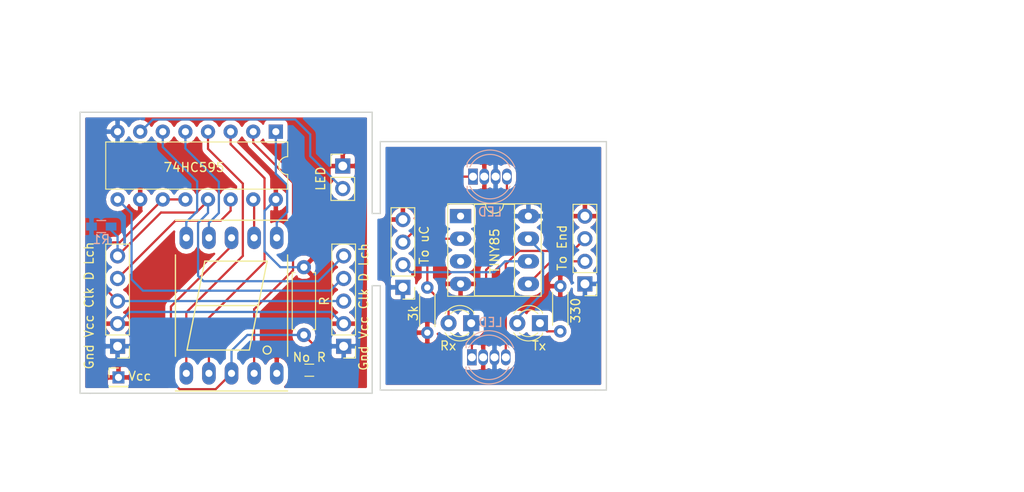
<source format=kicad_pcb>
(kicad_pcb (version 4) (host pcbnew 4.0.7)

  (general
    (links 55)
    (no_connects 5)
    (area 70.994199 22.378599 130.275401 54.126201)
    (thickness 1.6)
    (drawings 15)
    (tracks 119)
    (zones 0)
    (modules 18)
    (nets 23)
  )

  (page A4)
  (layers
    (0 F.Cu signal)
    (31 B.Cu signal)
    (32 B.Adhes user)
    (33 F.Adhes user)
    (34 B.Paste user)
    (35 F.Paste user)
    (36 B.SilkS user)
    (37 F.SilkS user hide)
    (38 B.Mask user)
    (39 F.Mask user)
    (40 Dwgs.User user)
    (41 Cmts.User user)
    (42 Eco1.User user)
    (43 Eco2.User user)
    (44 Edge.Cuts user)
    (45 Margin user)
    (46 B.CrtYd user)
    (47 F.CrtYd user)
    (48 B.Fab user hide)
    (49 F.Fab user)
  )

  (setup
    (last_trace_width 0.25)
    (trace_clearance 0.2)
    (zone_clearance 0.508)
    (zone_45_only no)
    (trace_min 0.2)
    (segment_width 0.2)
    (edge_width 0.15)
    (via_size 0.6)
    (via_drill 0.4)
    (via_min_size 0.4)
    (via_min_drill 0.3)
    (uvia_size 0.3)
    (uvia_drill 0.1)
    (uvias_allowed no)
    (uvia_min_size 0.2)
    (uvia_min_drill 0.1)
    (pcb_text_width 0.3)
    (pcb_text_size 1.5 1.5)
    (mod_edge_width 0.15)
    (mod_text_size 1 1)
    (mod_text_width 0.15)
    (pad_size 1.524 1.524)
    (pad_drill 0.762)
    (pad_to_mask_clearance 0.2)
    (aux_axis_origin 0 0)
    (visible_elements 7FFEFFFF)
    (pcbplotparams
      (layerselection 0x010f0_80000001)
      (usegerberextensions false)
      (excludeedgelayer true)
      (linewidth 0.100000)
      (plotframeref false)
      (viasonmask false)
      (mode 1)
      (useauxorigin false)
      (hpglpennumber 1)
      (hpglpenspeed 20)
      (hpglpendiameter 15)
      (hpglpenoverlay 2)
      (psnegative false)
      (psa4output false)
      (plotreference true)
      (plotvalue true)
      (plotinvisibletext false)
      (padsonsilk false)
      (subtractmaskfromsilk false)
      (outputformat 1)
      (mirror false)
      (drillshape 0)
      (scaleselection 1)
      (outputdirectory gerber/))
  )

  (net 0 "")
  (net 1 "Net-(J1-Pad3)")
  (net 2 Vcc)
  (net 3 GND)
  (net 4 "Net-(J2-Pad2)")
  (net 5 "Net-(J3-Pad4)")
  (net 6 "Net-(U1-Pad1)")
  (net 7 "Net-(U1-Pad2)")
  (net 8 "Net-(U1-Pad3)")
  (net 9 "Net-(U1-Pad4)")
  (net 10 "Net-(U1-Pad5)")
  (net 11 "Net-(U1-Pad6)")
  (net 12 "Net-(U1-Pad15)")
  (net 13 "Net-(J1-Pad4)")
  (net 14 "Net-(J1-Pad5)")
  (net 15 "Net-(R2-Pad2)")
  (net 16 "Net-(D1-Pad1)")
  (net 17 "Net-(D1-Pad2)")
  (net 18 VCC)
  (net 19 "Net-(D2-Pad2)")
  (net 20 "Net-(J1-Pad2)")
  (net 21 "Net-(U2-Pad4)")
  (net 22 "Net-(J2-Pad3)")

  (net_class Default "This is the default net class."
    (clearance 0.2)
    (trace_width 0.25)
    (via_dia 0.6)
    (via_drill 0.4)
    (uvia_dia 0.3)
    (uvia_drill 0.1)
    (add_net GND)
    (add_net "Net-(D1-Pad1)")
    (add_net "Net-(D1-Pad2)")
    (add_net "Net-(D2-Pad2)")
    (add_net "Net-(J1-Pad2)")
    (add_net "Net-(J1-Pad3)")
    (add_net "Net-(J1-Pad4)")
    (add_net "Net-(J1-Pad5)")
    (add_net "Net-(J2-Pad2)")
    (add_net "Net-(J2-Pad3)")
    (add_net "Net-(J3-Pad4)")
    (add_net "Net-(R2-Pad2)")
    (add_net "Net-(U1-Pad1)")
    (add_net "Net-(U1-Pad15)")
    (add_net "Net-(U1-Pad2)")
    (add_net "Net-(U1-Pad3)")
    (add_net "Net-(U1-Pad4)")
    (add_net "Net-(U1-Pad5)")
    (add_net "Net-(U1-Pad6)")
    (add_net "Net-(U2-Pad4)")
    (add_net VCC)
    (add_net Vcc)
  )

  (module Socket_Strips:Socket_Strip_Straight_1x02_Pitch2.54mm (layer F.Cu) (tedit 5C0A1164) (tstamp 5C00CD56)
    (at 100.584 28.4988)
    (descr "Through hole straight socket strip, 1x02, 2.54mm pitch, single row")
    (tags "Through hole socket strip THT 1x02 2.54mm single row")
    (path /5C0090F2)
    (fp_text reference LED (at -2.4892 1.4224 90) (layer F.SilkS)
      (effects (font (size 1 1) (thickness 0.15)))
    )
    (fp_text value Conn_01x02 (at 0 4.87) (layer F.Fab)
      (effects (font (size 1 1) (thickness 0.15)))
    )
    (fp_line (start -1.27 -1.27) (end -1.27 3.81) (layer F.Fab) (width 0.1))
    (fp_line (start -1.27 3.81) (end 1.27 3.81) (layer F.Fab) (width 0.1))
    (fp_line (start 1.27 3.81) (end 1.27 -1.27) (layer F.Fab) (width 0.1))
    (fp_line (start 1.27 -1.27) (end -1.27 -1.27) (layer F.Fab) (width 0.1))
    (fp_line (start -1.33 1.27) (end -1.33 3.87) (layer F.SilkS) (width 0.12))
    (fp_line (start -1.33 3.87) (end 1.33 3.87) (layer F.SilkS) (width 0.12))
    (fp_line (start 1.33 3.87) (end 1.33 1.27) (layer F.SilkS) (width 0.12))
    (fp_line (start 1.33 1.27) (end -1.33 1.27) (layer F.SilkS) (width 0.12))
    (fp_line (start -1.33 0) (end -1.33 -1.33) (layer F.SilkS) (width 0.12))
    (fp_line (start -1.33 -1.33) (end 0 -1.33) (layer F.SilkS) (width 0.12))
    (fp_line (start -1.8 -1.8) (end -1.8 4.35) (layer F.CrtYd) (width 0.05))
    (fp_line (start -1.8 4.35) (end 1.8 4.35) (layer F.CrtYd) (width 0.05))
    (fp_line (start 1.8 4.35) (end 1.8 -1.8) (layer F.CrtYd) (width 0.05))
    (fp_line (start 1.8 -1.8) (end -1.8 -1.8) (layer F.CrtYd) (width 0.05))
    (fp_text user %R (at 0 -2.33) (layer F.Fab)
      (effects (font (size 1 1) (thickness 0.15)))
    )
    (pad 1 thru_hole rect (at 0 0) (size 1.7 1.7) (drill 1) (layers *.Cu *.Mask)
      (net 2 Vcc))
    (pad 2 thru_hole oval (at 0 2.54) (size 1.7 1.7) (drill 1) (layers *.Cu *.Mask)
      (net 4 "Net-(J2-Pad2)"))
    (model ${KISYS3DMOD}/Socket_Strips.3dshapes/Socket_Strip_Straight_1x02_Pitch2.54mm.wrl
      (at (xyz 0 -0.05 0))
      (scale (xyz 1 1 1))
      (rotate (xyz 0 0 270))
    )
  )

  (module Socket_Strips:Socket_Strip_Straight_1x05_Pitch2.54mm (layer F.Cu) (tedit 5C0A113A) (tstamp 5C00CD5F)
    (at 100.6856 48.768 180)
    (descr "Through hole straight socket strip, 1x05, 2.54mm pitch, single row")
    (tags "Through hole socket strip THT 1x05 2.54mm single row")
    (path /5C009174)
    (fp_text reference "Gnd Vcc Clk D Lch" (at -2.2352 4.4196 270) (layer F.SilkS)
      (effects (font (size 1 1) (thickness 0.15)))
    )
    (fp_text value Conn_01x05 (at 0 12.49 180) (layer F.Fab)
      (effects (font (size 1 1) (thickness 0.15)))
    )
    (fp_line (start -1.27 -1.27) (end -1.27 11.43) (layer F.Fab) (width 0.1))
    (fp_line (start -1.27 11.43) (end 1.27 11.43) (layer F.Fab) (width 0.1))
    (fp_line (start 1.27 11.43) (end 1.27 -1.27) (layer F.Fab) (width 0.1))
    (fp_line (start 1.27 -1.27) (end -1.27 -1.27) (layer F.Fab) (width 0.1))
    (fp_line (start -1.33 1.27) (end -1.33 11.49) (layer F.SilkS) (width 0.12))
    (fp_line (start -1.33 11.49) (end 1.33 11.49) (layer F.SilkS) (width 0.12))
    (fp_line (start 1.33 11.49) (end 1.33 1.27) (layer F.SilkS) (width 0.12))
    (fp_line (start 1.33 1.27) (end -1.33 1.27) (layer F.SilkS) (width 0.12))
    (fp_line (start -1.33 0) (end -1.33 -1.33) (layer F.SilkS) (width 0.12))
    (fp_line (start -1.33 -1.33) (end 0 -1.33) (layer F.SilkS) (width 0.12))
    (fp_line (start -1.8 -1.8) (end -1.8 11.95) (layer F.CrtYd) (width 0.05))
    (fp_line (start -1.8 11.95) (end 1.8 11.95) (layer F.CrtYd) (width 0.05))
    (fp_line (start 1.8 11.95) (end 1.8 -1.8) (layer F.CrtYd) (width 0.05))
    (fp_line (start 1.8 -1.8) (end -1.8 -1.8) (layer F.CrtYd) (width 0.05))
    (fp_text user %R (at 0 -2.33 180) (layer F.Fab)
      (effects (font (size 1 1) (thickness 0.15)))
    )
    (pad 1 thru_hole rect (at 0 0 180) (size 1.7 1.7) (drill 1) (layers *.Cu *.Mask)
      (net 3 GND))
    (pad 2 thru_hole oval (at 0 2.54 180) (size 1.7 1.7) (drill 1) (layers *.Cu *.Mask)
      (net 2 Vcc))
    (pad 3 thru_hole oval (at 0 5.08 180) (size 1.7 1.7) (drill 1) (layers *.Cu *.Mask)
      (net 1 "Net-(J1-Pad3)"))
    (pad 4 thru_hole oval (at 0 7.62 180) (size 1.7 1.7) (drill 1) (layers *.Cu *.Mask)
      (net 5 "Net-(J3-Pad4)"))
    (pad 5 thru_hole oval (at 0 10.16 180) (size 1.7 1.7) (drill 1) (layers *.Cu *.Mask)
      (net 14 "Net-(J1-Pad5)"))
    (model ${KISYS3DMOD}/Socket_Strips.3dshapes/Socket_Strip_Straight_1x05_Pitch2.54mm.wrl
      (at (xyz 0 -0.2 0))
      (scale (xyz 1 1 1))
      (rotate (xyz 0 0 270))
    )
  )

  (module Housings_DIP:DIP-16_W7.62mm (layer F.Cu) (tedit 5C0A1154) (tstamp 5C00CD79)
    (at 93.0656 24.638 270)
    (descr "16-lead though-hole mounted DIP package, row spacing 7.62 mm (300 mils)")
    (tags "THT DIP DIL PDIP 2.54mm 7.62mm 300mil")
    (path /5C0090C1)
    (fp_text reference 74HC595 (at 4.0132 9.1948 360) (layer F.SilkS)
      (effects (font (size 1 1) (thickness 0.15)))
    )
    (fp_text value 74HC595 (at 3.81 20.11 270) (layer F.Fab)
      (effects (font (size 1 1) (thickness 0.15)))
    )
    (fp_arc (start 3.81 -1.33) (end 2.81 -1.33) (angle -180) (layer F.SilkS) (width 0.12))
    (fp_line (start 1.635 -1.27) (end 6.985 -1.27) (layer F.Fab) (width 0.1))
    (fp_line (start 6.985 -1.27) (end 6.985 19.05) (layer F.Fab) (width 0.1))
    (fp_line (start 6.985 19.05) (end 0.635 19.05) (layer F.Fab) (width 0.1))
    (fp_line (start 0.635 19.05) (end 0.635 -0.27) (layer F.Fab) (width 0.1))
    (fp_line (start 0.635 -0.27) (end 1.635 -1.27) (layer F.Fab) (width 0.1))
    (fp_line (start 2.81 -1.33) (end 1.16 -1.33) (layer F.SilkS) (width 0.12))
    (fp_line (start 1.16 -1.33) (end 1.16 19.11) (layer F.SilkS) (width 0.12))
    (fp_line (start 1.16 19.11) (end 6.46 19.11) (layer F.SilkS) (width 0.12))
    (fp_line (start 6.46 19.11) (end 6.46 -1.33) (layer F.SilkS) (width 0.12))
    (fp_line (start 6.46 -1.33) (end 4.81 -1.33) (layer F.SilkS) (width 0.12))
    (fp_line (start -1.1 -1.55) (end -1.1 19.3) (layer F.CrtYd) (width 0.05))
    (fp_line (start -1.1 19.3) (end 8.7 19.3) (layer F.CrtYd) (width 0.05))
    (fp_line (start 8.7 19.3) (end 8.7 -1.55) (layer F.CrtYd) (width 0.05))
    (fp_line (start 8.7 -1.55) (end -1.1 -1.55) (layer F.CrtYd) (width 0.05))
    (fp_text user %R (at 3.81 8.89 270) (layer F.Fab)
      (effects (font (size 1 1) (thickness 0.15)))
    )
    (pad 1 thru_hole rect (at 0 0 270) (size 1.6 1.6) (drill 0.8) (layers *.Cu *.Mask)
      (net 6 "Net-(U1-Pad1)"))
    (pad 9 thru_hole oval (at 7.62 17.78 270) (size 1.6 1.6) (drill 0.8) (layers *.Cu *.Mask)
      (net 5 "Net-(J3-Pad4)"))
    (pad 2 thru_hole oval (at 0 2.54 270) (size 1.6 1.6) (drill 0.8) (layers *.Cu *.Mask)
      (net 7 "Net-(U1-Pad2)"))
    (pad 10 thru_hole oval (at 7.62 15.24 270) (size 1.6 1.6) (drill 0.8) (layers *.Cu *.Mask)
      (net 2 Vcc))
    (pad 3 thru_hole oval (at 0 5.08 270) (size 1.6 1.6) (drill 0.8) (layers *.Cu *.Mask)
      (net 8 "Net-(U1-Pad3)"))
    (pad 11 thru_hole oval (at 7.62 12.7 270) (size 1.6 1.6) (drill 0.8) (layers *.Cu *.Mask)
      (net 1 "Net-(J1-Pad3)"))
    (pad 4 thru_hole oval (at 0 7.62 270) (size 1.6 1.6) (drill 0.8) (layers *.Cu *.Mask)
      (net 9 "Net-(U1-Pad4)"))
    (pad 12 thru_hole oval (at 7.62 10.16 270) (size 1.6 1.6) (drill 0.8) (layers *.Cu *.Mask)
      (net 1 "Net-(J1-Pad3)"))
    (pad 5 thru_hole oval (at 0 10.16 270) (size 1.6 1.6) (drill 0.8) (layers *.Cu *.Mask)
      (net 10 "Net-(U1-Pad5)"))
    (pad 13 thru_hole oval (at 7.62 7.62 270) (size 1.6 1.6) (drill 0.8) (layers *.Cu *.Mask)
      (net 14 "Net-(J1-Pad5)"))
    (pad 6 thru_hole oval (at 0 12.7 270) (size 1.6 1.6) (drill 0.8) (layers *.Cu *.Mask)
      (net 11 "Net-(U1-Pad6)"))
    (pad 14 thru_hole oval (at 7.62 5.08 270) (size 1.6 1.6) (drill 0.8) (layers *.Cu *.Mask)
      (net 13 "Net-(J1-Pad4)"))
    (pad 7 thru_hole oval (at 0 15.24 270) (size 1.6 1.6) (drill 0.8) (layers *.Cu *.Mask)
      (net 4 "Net-(J2-Pad2)"))
    (pad 15 thru_hole oval (at 7.62 2.54 270) (size 1.6 1.6) (drill 0.8) (layers *.Cu *.Mask)
      (net 12 "Net-(U1-Pad15)"))
    (pad 8 thru_hole oval (at 0 17.78 270) (size 1.6 1.6) (drill 0.8) (layers *.Cu *.Mask)
      (net 3 GND))
    (pad 16 thru_hole oval (at 7.62 0 270) (size 1.6 1.6) (drill 0.8) (layers *.Cu *.Mask)
      (net 2 Vcc))
    (model ${KISYS3DMOD}/Housings_DIP.3dshapes/DIP-16_W7.62mm.wrl
      (at (xyz 0 0 0))
      (scale (xyz 1 1 1))
      (rotate (xyz 0 0 0))
    )
  )

  (module Displays_7-Segment:7SegmentLED_LTS6760_LTS6780 (layer F.Cu) (tedit 5C0A1146) (tstamp 5C00CD87)
    (at 88.0872 44.196)
    (path /5C00908C)
    (fp_text reference U2 (at -9.5 -5.8) (layer F.SilkS) hide
      (effects (font (size 1 1) (thickness 0.15)))
    )
    (fp_text value 7SEGMENT_CA (at -0.4 12) (layer F.Fab)
      (effects (font (size 1 1) (thickness 0.15)))
    )
    (fp_circle (center 4 5) (end 4.4 5.2) (layer F.SilkS) (width 0.15))
    (fp_line (start -3 -5) (end -4 0) (layer F.SilkS) (width 0.15))
    (fp_line (start -4 0) (end -5 5) (layer F.SilkS) (width 0.15))
    (fp_line (start -5 5) (end 2 5) (layer F.SilkS) (width 0.15))
    (fp_line (start 2 5) (end 3 0) (layer F.SilkS) (width 0.15))
    (fp_line (start 4 -5) (end 3 0) (layer F.SilkS) (width 0.15))
    (fp_line (start 3 0) (end -4 0) (layer F.SilkS) (width 0.15))
    (fp_line (start -3 -5) (end 4 -5) (layer F.SilkS) (width 0.15))
    (fp_line (start 6.3 9.6) (end -6.3 9.6) (layer F.SilkS) (width 0.15))
    (fp_line (start -6.3 -5.7) (end -6.3 5.7) (layer F.SilkS) (width 0.15))
    (fp_line (start 6.3 -5.7) (end 6.3 5.7) (layer F.SilkS) (width 0.15))
    (fp_line (start -6.3 -9.6) (end 6.3 -9.6) (layer F.SilkS) (width 0.15))
    (pad 1 thru_hole oval (at -5.08 7.62) (size 1.524 2.524) (drill 0.8) (layers *.Cu *.Mask)
      (net 9 "Net-(U1-Pad4)"))
    (pad 2 thru_hole oval (at -2.54 7.62) (size 1.524 2.524) (drill 0.8) (layers *.Cu *.Mask)
      (net 8 "Net-(U1-Pad3)"))
    (pad 3 thru_hole oval (at 0 7.62) (size 1.524 2.524) (drill 0.8) (layers *.Cu *.Mask)
      (net 15 "Net-(R2-Pad2)"))
    (pad 4 thru_hole oval (at 2.54 7.62) (size 1.524 2.524) (drill 0.8) (layers *.Cu *.Mask)
      (net 7 "Net-(U1-Pad2)"))
    (pad 5 thru_hole oval (at 5.08 7.62) (size 1.524 2.524) (drill 0.8) (layers *.Cu *.Mask)
      (net 2 Vcc))
    (pad 6 thru_hole oval (at 5.08 -7.62) (size 1.524 2.524) (drill 0.8) (layers *.Cu *.Mask)
      (net 6 "Net-(U1-Pad1)"))
    (pad 7 thru_hole oval (at 2.54 -7.62) (size 1.524 2.524) (drill 0.8) (layers *.Cu *.Mask)
      (net 12 "Net-(U1-Pad15)"))
    (pad 8 thru_hole oval (at 0 -7.62) (size 1.524 2.524) (drill 0.8) (layers *.Cu *.Mask)
      (net 15 "Net-(R2-Pad2)"))
    (pad 9 thru_hole oval (at -2.54 -7.62) (size 1.524 2.524) (drill 0.8) (layers *.Cu *.Mask)
      (net 10 "Net-(U1-Pad5)"))
    (pad 10 thru_hole oval (at -5.08 -7.62) (size 1.524 2.524) (drill 0.8) (layers *.Cu *.Mask)
      (net 11 "Net-(U1-Pad6)"))
    (model Displays_7-Segment.3dshapes/7SegmentLED_LTS6760_LTS6780.wrl
      (at (xyz 0 0 0))
      (scale (xyz 0.3937 0.3937 0.3937))
      (rotate (xyz 0 0 0))
    )
  )

  (module Socket_Strips:Socket_Strip_Straight_1x05_Pitch2.54mm (layer F.Cu) (tedit 5C0A1129) (tstamp 5C00CFCC)
    (at 75.2856 48.768 180)
    (descr "Through hole straight socket strip, 1x05, 2.54mm pitch, single row")
    (tags "Through hole socket strip THT 1x05 2.54mm single row")
    (path /5C009129)
    (fp_text reference "Gnd Vcc Clk D Lch" (at 3.2004 4.572 270) (layer F.SilkS)
      (effects (font (size 1 1) (thickness 0.15)))
    )
    (fp_text value Conn_01x05 (at 0 12.49 180) (layer F.Fab)
      (effects (font (size 1 1) (thickness 0.15)))
    )
    (fp_line (start -1.27 -1.27) (end -1.27 11.43) (layer F.Fab) (width 0.1))
    (fp_line (start -1.27 11.43) (end 1.27 11.43) (layer F.Fab) (width 0.1))
    (fp_line (start 1.27 11.43) (end 1.27 -1.27) (layer F.Fab) (width 0.1))
    (fp_line (start 1.27 -1.27) (end -1.27 -1.27) (layer F.Fab) (width 0.1))
    (fp_line (start -1.33 1.27) (end -1.33 11.49) (layer F.SilkS) (width 0.12))
    (fp_line (start -1.33 11.49) (end 1.33 11.49) (layer F.SilkS) (width 0.12))
    (fp_line (start 1.33 11.49) (end 1.33 1.27) (layer F.SilkS) (width 0.12))
    (fp_line (start 1.33 1.27) (end -1.33 1.27) (layer F.SilkS) (width 0.12))
    (fp_line (start -1.33 0) (end -1.33 -1.33) (layer F.SilkS) (width 0.12))
    (fp_line (start -1.33 -1.33) (end 0 -1.33) (layer F.SilkS) (width 0.12))
    (fp_line (start -1.8 -1.8) (end -1.8 11.95) (layer F.CrtYd) (width 0.05))
    (fp_line (start -1.8 11.95) (end 1.8 11.95) (layer F.CrtYd) (width 0.05))
    (fp_line (start 1.8 11.95) (end 1.8 -1.8) (layer F.CrtYd) (width 0.05))
    (fp_line (start 1.8 -1.8) (end -1.8 -1.8) (layer F.CrtYd) (width 0.05))
    (fp_text user %R (at 0 -2.33 180) (layer F.Fab)
      (effects (font (size 1 1) (thickness 0.15)))
    )
    (pad 1 thru_hole rect (at 0 0 180) (size 1.7 1.7) (drill 1) (layers *.Cu *.Mask)
      (net 3 GND))
    (pad 2 thru_hole oval (at 0 2.54 180) (size 1.7 1.7) (drill 1) (layers *.Cu *.Mask)
      (net 2 Vcc))
    (pad 3 thru_hole oval (at 0 5.08 180) (size 1.7 1.7) (drill 1) (layers *.Cu *.Mask)
      (net 1 "Net-(J1-Pad3)"))
    (pad 4 thru_hole oval (at 0 7.62 180) (size 1.7 1.7) (drill 1) (layers *.Cu *.Mask)
      (net 13 "Net-(J1-Pad4)"))
    (pad 5 thru_hole oval (at 0 10.16 180) (size 1.7 1.7) (drill 1) (layers *.Cu *.Mask)
      (net 14 "Net-(J1-Pad5)"))
    (model ${KISYS3DMOD}/Socket_Strips.3dshapes/Socket_Strip_Straight_1x05_Pitch2.54mm.wrl
      (at (xyz 0 -0.2 0))
      (scale (xyz 1 1 1))
      (rotate (xyz 0 0 270))
    )
  )

  (module Resistors_SMD:R_0603_HandSoldering (layer B.Cu) (tedit 5C0A1184) (tstamp 5C08D34B)
    (at 73.4568 35.306)
    (descr "Resistor SMD 0603, hand soldering")
    (tags "resistor 0603")
    (path /5C00CE74)
    (attr smd)
    (fp_text reference R1 (at 0 1.45) (layer B.SilkS)
      (effects (font (size 1 1) (thickness 0.15)) (justify mirror))
    )
    (fp_text value "No Lch" (at 0 -1.55) (layer B.Fab)
      (effects (font (size 1 1) (thickness 0.15)) (justify mirror))
    )
    (fp_text user %R (at 0 0) (layer B.Fab)
      (effects (font (size 0.4 0.4) (thickness 0.075)) (justify mirror))
    )
    (fp_line (start -0.8 -0.4) (end -0.8 0.4) (layer B.Fab) (width 0.1))
    (fp_line (start 0.8 -0.4) (end -0.8 -0.4) (layer B.Fab) (width 0.1))
    (fp_line (start 0.8 0.4) (end 0.8 -0.4) (layer B.Fab) (width 0.1))
    (fp_line (start -0.8 0.4) (end 0.8 0.4) (layer B.Fab) (width 0.1))
    (fp_line (start 0.5 -0.68) (end -0.5 -0.68) (layer B.SilkS) (width 0.12))
    (fp_line (start -0.5 0.68) (end 0.5 0.68) (layer B.SilkS) (width 0.12))
    (fp_line (start -1.96 0.7) (end 1.95 0.7) (layer B.CrtYd) (width 0.05))
    (fp_line (start -1.96 0.7) (end -1.96 -0.7) (layer B.CrtYd) (width 0.05))
    (fp_line (start 1.95 -0.7) (end 1.95 0.7) (layer B.CrtYd) (width 0.05))
    (fp_line (start 1.95 -0.7) (end -1.96 -0.7) (layer B.CrtYd) (width 0.05))
    (pad 1 smd rect (at -1.1 0) (size 1.2 0.9) (layers B.Cu B.Paste B.Mask)
      (net 3 GND))
    (pad 2 smd rect (at 1.1 0) (size 1.2 0.9) (layers B.Cu B.Paste B.Mask)
      (net 14 "Net-(J1-Pad5)"))
    (model ${KISYS3DMOD}/Resistors_SMD.3dshapes/R_0603.wrl
      (at (xyz 0 0 0))
      (scale (xyz 1 1 1))
      (rotate (xyz 0 0 0))
    )
  )

  (module Resistors_THT:R_Axial_DIN0207_L6.3mm_D2.5mm_P7.62mm_Horizontal (layer F.Cu) (tedit 5C0A116A) (tstamp 5C08D361)
    (at 96.2152 39.878 270)
    (descr "Resistor, Axial_DIN0207 series, Axial, Horizontal, pin pitch=7.62mm, 0.25W = 1/4W, length*diameter=6.3*2.5mm^2, http://cdn-reichelt.de/documents/datenblatt/B400/1_4W%23YAG.pdf")
    (tags "Resistor Axial_DIN0207 series Axial Horizontal pin pitch 7.62mm 0.25W = 1/4W length 6.3mm diameter 2.5mm")
    (path /5C08D24F)
    (fp_text reference R (at 3.81 -2.31 270) (layer F.SilkS)
      (effects (font (size 1 1) (thickness 0.15)))
    )
    (fp_text value 50 (at 3.81 2.31 270) (layer F.Fab)
      (effects (font (size 1 1) (thickness 0.15)))
    )
    (fp_line (start 0.66 -1.25) (end 0.66 1.25) (layer F.Fab) (width 0.1))
    (fp_line (start 0.66 1.25) (end 6.96 1.25) (layer F.Fab) (width 0.1))
    (fp_line (start 6.96 1.25) (end 6.96 -1.25) (layer F.Fab) (width 0.1))
    (fp_line (start 6.96 -1.25) (end 0.66 -1.25) (layer F.Fab) (width 0.1))
    (fp_line (start 0 0) (end 0.66 0) (layer F.Fab) (width 0.1))
    (fp_line (start 7.62 0) (end 6.96 0) (layer F.Fab) (width 0.1))
    (fp_line (start 0.6 -0.98) (end 0.6 -1.31) (layer F.SilkS) (width 0.12))
    (fp_line (start 0.6 -1.31) (end 7.02 -1.31) (layer F.SilkS) (width 0.12))
    (fp_line (start 7.02 -1.31) (end 7.02 -0.98) (layer F.SilkS) (width 0.12))
    (fp_line (start 0.6 0.98) (end 0.6 1.31) (layer F.SilkS) (width 0.12))
    (fp_line (start 0.6 1.31) (end 7.02 1.31) (layer F.SilkS) (width 0.12))
    (fp_line (start 7.02 1.31) (end 7.02 0.98) (layer F.SilkS) (width 0.12))
    (fp_line (start -1.05 -1.6) (end -1.05 1.6) (layer F.CrtYd) (width 0.05))
    (fp_line (start -1.05 1.6) (end 8.7 1.6) (layer F.CrtYd) (width 0.05))
    (fp_line (start 8.7 1.6) (end 8.7 -1.6) (layer F.CrtYd) (width 0.05))
    (fp_line (start 8.7 -1.6) (end -1.05 -1.6) (layer F.CrtYd) (width 0.05))
    (pad 1 thru_hole circle (at 0 0 270) (size 1.6 1.6) (drill 0.8) (layers *.Cu *.Mask)
      (net 2 Vcc))
    (pad 2 thru_hole oval (at 7.62 0 270) (size 1.6 1.6) (drill 0.8) (layers *.Cu *.Mask)
      (net 15 "Net-(R2-Pad2)"))
    (model ${KISYS3DMOD}/Resistors_THT.3dshapes/R_Axial_DIN0207_L6.3mm_D2.5mm_P7.62mm_Horizontal.wrl
      (at (xyz 0 0 0))
      (scale (xyz 0.393701 0.393701 0.393701))
      (rotate (xyz 0 0 0))
    )
  )

  (module Resistors_SMD:R_0603_HandSoldering (layer F.Cu) (tedit 5C0A1179) (tstamp 5C08D372)
    (at 96.8248 51.4604)
    (descr "Resistor SMD 0603, hand soldering")
    (tags "resistor 0603")
    (path /5C08D2B6)
    (attr smd)
    (fp_text reference "No R" (at 0 -1.45) (layer F.SilkS)
      (effects (font (size 1 1) (thickness 0.15)))
    )
    (fp_text value 0 (at 0 1.55) (layer F.Fab)
      (effects (font (size 1 1) (thickness 0.15)))
    )
    (fp_text user %R (at 0 0) (layer F.Fab)
      (effects (font (size 0.4 0.4) (thickness 0.075)))
    )
    (fp_line (start -0.8 0.4) (end -0.8 -0.4) (layer F.Fab) (width 0.1))
    (fp_line (start 0.8 0.4) (end -0.8 0.4) (layer F.Fab) (width 0.1))
    (fp_line (start 0.8 -0.4) (end 0.8 0.4) (layer F.Fab) (width 0.1))
    (fp_line (start -0.8 -0.4) (end 0.8 -0.4) (layer F.Fab) (width 0.1))
    (fp_line (start 0.5 0.68) (end -0.5 0.68) (layer F.SilkS) (width 0.12))
    (fp_line (start -0.5 -0.68) (end 0.5 -0.68) (layer F.SilkS) (width 0.12))
    (fp_line (start -1.96 -0.7) (end 1.95 -0.7) (layer F.CrtYd) (width 0.05))
    (fp_line (start -1.96 -0.7) (end -1.96 0.7) (layer F.CrtYd) (width 0.05))
    (fp_line (start 1.95 0.7) (end 1.95 -0.7) (layer F.CrtYd) (width 0.05))
    (fp_line (start 1.95 0.7) (end -1.96 0.7) (layer F.CrtYd) (width 0.05))
    (pad 1 smd rect (at -1.1 0) (size 1.2 0.9) (layers F.Cu F.Paste F.Mask)
      (net 2 Vcc))
    (pad 2 smd rect (at 1.1 0) (size 1.2 0.9) (layers F.Cu F.Paste F.Mask)
      (net 15 "Net-(R2-Pad2)"))
    (model ${KISYS3DMOD}/Resistors_SMD.3dshapes/R_0603.wrl
      (at (xyz 0 0 0))
      (scale (xyz 1 1 1))
      (rotate (xyz 0 0 0))
    )
  )

  (module Pin_Headers:Pin_Header_Straight_1x01_Pitch2.00mm (layer F.Cu) (tedit 5C0A111A) (tstamp 5C08D6AE)
    (at 75.3872 52.2732)
    (descr "Through hole straight pin header, 1x01, 2.00mm pitch, single row")
    (tags "Through hole pin header THT 1x01 2.00mm single row")
    (path /5C08D675)
    (fp_text reference Vcc (at 2.3876 -0.1524) (layer F.SilkS)
      (effects (font (size 1 1) (thickness 0.15)))
    )
    (fp_text value Conn_01x01 (at 0 2.06) (layer F.Fab)
      (effects (font (size 1 1) (thickness 0.15)))
    )
    (fp_line (start -0.5 -1) (end 1 -1) (layer F.Fab) (width 0.1))
    (fp_line (start 1 -1) (end 1 1) (layer F.Fab) (width 0.1))
    (fp_line (start 1 1) (end -1 1) (layer F.Fab) (width 0.1))
    (fp_line (start -1 1) (end -1 -0.5) (layer F.Fab) (width 0.1))
    (fp_line (start -1 -0.5) (end -0.5 -1) (layer F.Fab) (width 0.1))
    (fp_line (start -1.06 1.06) (end 1.06 1.06) (layer F.SilkS) (width 0.12))
    (fp_line (start -1.06 1) (end -1.06 1.06) (layer F.SilkS) (width 0.12))
    (fp_line (start 1.06 1) (end 1.06 1.06) (layer F.SilkS) (width 0.12))
    (fp_line (start -1.06 1) (end 1.06 1) (layer F.SilkS) (width 0.12))
    (fp_line (start -1.06 0) (end -1.06 -1.06) (layer F.SilkS) (width 0.12))
    (fp_line (start -1.06 -1.06) (end 0 -1.06) (layer F.SilkS) (width 0.12))
    (fp_line (start -1.5 -1.5) (end -1.5 1.5) (layer F.CrtYd) (width 0.05))
    (fp_line (start -1.5 1.5) (end 1.5 1.5) (layer F.CrtYd) (width 0.05))
    (fp_line (start 1.5 1.5) (end 1.5 -1.5) (layer F.CrtYd) (width 0.05))
    (fp_line (start 1.5 -1.5) (end -1.5 -1.5) (layer F.CrtYd) (width 0.05))
    (fp_text user %R (at 0 0 90) (layer F.Fab)
      (effects (font (size 1 1) (thickness 0.15)))
    )
    (pad 1 thru_hole rect (at 0 0) (size 1.35 1.35) (drill 0.8) (layers *.Cu *.Mask)
      (net 2 Vcc))
    (model ${KISYS3DMOD}/Pin_Headers.3dshapes/Pin_Header_Straight_1x01_Pitch2.00mm.wrl
      (at (xyz 0 0 0))
      (scale (xyz 1 1 1))
      (rotate (xyz 0 0 0))
    )
  )

  (module Housings_DIP:DIP-8_W7.62mm_Socket_LongPads (layer F.Cu) (tedit 5C0A11ED) (tstamp 5AA6F01D)
    (at 113.8174 34.1376)
    (descr "8-lead though-hole mounted DIP package, row spacing 7.62 mm (300 mils), Socket, LongPads")
    (tags "THT DIP DIL PDIP 2.54mm 7.62mm 300mil Socket LongPads")
    (path /5AA585CE)
    (fp_text reference TINY85 (at 3.8354 3.9116 90) (layer F.SilkS)
      (effects (font (size 1 1) (thickness 0.15)))
    )
    (fp_text value ATTINY85-20SU (at 3.81 9.95) (layer F.Fab)
      (effects (font (size 1 1) (thickness 0.15)))
    )
    (fp_arc (start 3.81 -1.33) (end 2.81 -1.33) (angle -180) (layer F.SilkS) (width 0.12))
    (fp_line (start 1.635 -1.27) (end 6.985 -1.27) (layer F.Fab) (width 0.1))
    (fp_line (start 6.985 -1.27) (end 6.985 8.89) (layer F.Fab) (width 0.1))
    (fp_line (start 6.985 8.89) (end 0.635 8.89) (layer F.Fab) (width 0.1))
    (fp_line (start 0.635 8.89) (end 0.635 -0.27) (layer F.Fab) (width 0.1))
    (fp_line (start 0.635 -0.27) (end 1.635 -1.27) (layer F.Fab) (width 0.1))
    (fp_line (start -1.27 -1.33) (end -1.27 8.95) (layer F.Fab) (width 0.1))
    (fp_line (start -1.27 8.95) (end 8.89 8.95) (layer F.Fab) (width 0.1))
    (fp_line (start 8.89 8.95) (end 8.89 -1.33) (layer F.Fab) (width 0.1))
    (fp_line (start 8.89 -1.33) (end -1.27 -1.33) (layer F.Fab) (width 0.1))
    (fp_line (start 2.81 -1.33) (end 1.56 -1.33) (layer F.SilkS) (width 0.12))
    (fp_line (start 1.56 -1.33) (end 1.56 8.95) (layer F.SilkS) (width 0.12))
    (fp_line (start 1.56 8.95) (end 6.06 8.95) (layer F.SilkS) (width 0.12))
    (fp_line (start 6.06 8.95) (end 6.06 -1.33) (layer F.SilkS) (width 0.12))
    (fp_line (start 6.06 -1.33) (end 4.81 -1.33) (layer F.SilkS) (width 0.12))
    (fp_line (start -1.44 -1.39) (end -1.44 9.01) (layer F.SilkS) (width 0.12))
    (fp_line (start -1.44 9.01) (end 9.06 9.01) (layer F.SilkS) (width 0.12))
    (fp_line (start 9.06 9.01) (end 9.06 -1.39) (layer F.SilkS) (width 0.12))
    (fp_line (start 9.06 -1.39) (end -1.44 -1.39) (layer F.SilkS) (width 0.12))
    (fp_line (start -1.55 -1.6) (end -1.55 9.2) (layer F.CrtYd) (width 0.05))
    (fp_line (start -1.55 9.2) (end 9.15 9.2) (layer F.CrtYd) (width 0.05))
    (fp_line (start 9.15 9.2) (end 9.15 -1.6) (layer F.CrtYd) (width 0.05))
    (fp_line (start 9.15 -1.6) (end -1.55 -1.6) (layer F.CrtYd) (width 0.05))
    (fp_text user %R (at 3.81 3.81) (layer F.Fab)
      (effects (font (size 1 1) (thickness 0.15)))
    )
    (pad 1 thru_hole rect (at 0 0) (size 2.4 1.6) (drill 0.8) (layers *.Cu *.Mask)
      (net 6 "Net-(U1-Pad1)"))
    (pad 5 thru_hole oval (at 7.62 7.62) (size 2.4 1.6) (drill 0.8) (layers *.Cu *.Mask)
      (net 4 "Net-(J2-Pad2)"))
    (pad 2 thru_hole oval (at 0 2.54) (size 2.4 1.6) (drill 0.8) (layers *.Cu *.Mask)
      (net 19 "Net-(D2-Pad2)"))
    (pad 6 thru_hole oval (at 7.62 5.08) (size 2.4 1.6) (drill 0.8) (layers *.Cu *.Mask)
      (net 20 "Net-(J1-Pad2)"))
    (pad 3 thru_hole oval (at 0 5.08) (size 2.4 1.6) (drill 0.8) (layers *.Cu *.Mask)
      (net 8 "Net-(U1-Pad3)"))
    (pad 7 thru_hole oval (at 7.62 2.54) (size 2.4 1.6) (drill 0.8) (layers *.Cu *.Mask)
      (net 17 "Net-(D1-Pad2)"))
    (pad 4 thru_hole oval (at 0 7.62) (size 2.4 1.6) (drill 0.8) (layers *.Cu *.Mask)
      (net 3 GND))
    (pad 8 thru_hole oval (at 7.62 0) (size 2.4 1.6) (drill 0.8) (layers *.Cu *.Mask)
      (net 18 VCC))
    (model ${KISYS3DMOD}/Housings_DIP.3dshapes/DIP-8_W7.62mm_Socket.wrl
      (at (xyz 0 0 0))
      (scale (xyz 1 1 1))
      (rotate (xyz 0 0 0))
    )
  )

  (module Socket_Strips:Socket_Strip_Straight_1x04_Pitch2.54mm (layer F.Cu) (tedit 5C0A1238) (tstamp 5AA6EFBE)
    (at 107.3404 42.1386 180)
    (descr "Through hole straight socket strip, 1x04, 2.54mm pitch, single row")
    (tags "Through hole socket strip THT 1x04 2.54mm single row")
    (path /5AA58693)
    (fp_text reference "To uC" (at -2.3876 4.7498 450) (layer F.SilkS)
      (effects (font (size 1 1) (thickness 0.15)))
    )
    (fp_text value "To uC" (at 0 9.95 180) (layer F.Fab)
      (effects (font (size 1 1) (thickness 0.15)))
    )
    (fp_line (start -1.27 -1.27) (end -1.27 8.89) (layer F.Fab) (width 0.1))
    (fp_line (start -1.27 8.89) (end 1.27 8.89) (layer F.Fab) (width 0.1))
    (fp_line (start 1.27 8.89) (end 1.27 -1.27) (layer F.Fab) (width 0.1))
    (fp_line (start 1.27 -1.27) (end -1.27 -1.27) (layer F.Fab) (width 0.1))
    (fp_line (start -1.33 1.27) (end -1.33 8.95) (layer F.SilkS) (width 0.12))
    (fp_line (start -1.33 8.95) (end 1.33 8.95) (layer F.SilkS) (width 0.12))
    (fp_line (start 1.33 8.95) (end 1.33 1.27) (layer F.SilkS) (width 0.12))
    (fp_line (start 1.33 1.27) (end -1.33 1.27) (layer F.SilkS) (width 0.12))
    (fp_line (start -1.33 0) (end -1.33 -1.33) (layer F.SilkS) (width 0.12))
    (fp_line (start -1.33 -1.33) (end 0 -1.33) (layer F.SilkS) (width 0.12))
    (fp_line (start -1.8 -1.8) (end -1.8 9.4) (layer F.CrtYd) (width 0.05))
    (fp_line (start -1.8 9.4) (end 1.8 9.4) (layer F.CrtYd) (width 0.05))
    (fp_line (start 1.8 9.4) (end 1.8 -1.8) (layer F.CrtYd) (width 0.05))
    (fp_line (start 1.8 -1.8) (end -1.8 -1.8) (layer F.CrtYd) (width 0.05))
    (fp_text user %R (at 0 -2.33 180) (layer F.Fab)
      (effects (font (size 1 1) (thickness 0.15)))
    )
    (pad 1 thru_hole rect (at 0 0 180) (size 1.7 1.7) (drill 1) (layers *.Cu *.Mask)
      (net 18 VCC))
    (pad 2 thru_hole oval (at 0 2.54 180) (size 1.7 1.7) (drill 1) (layers *.Cu *.Mask)
      (net 20 "Net-(J1-Pad2)"))
    (pad 3 thru_hole oval (at 0 5.08 180) (size 1.7 1.7) (drill 1) (layers *.Cu *.Mask)
      (net 1 "Net-(J1-Pad3)"))
    (pad 4 thru_hole oval (at 0 7.62 180) (size 1.7 1.7) (drill 1) (layers *.Cu *.Mask)
      (net 3 GND))
    (model ${KISYS3DMOD}/Socket_Strips.3dshapes/Socket_Strip_Straight_1x04_Pitch2.54mm.wrl
      (at (xyz 0 -0.15 0))
      (scale (xyz 1 1 1))
      (rotate (xyz 0 0 270))
    )
  )

  (module LEDs:LED_D3.0mm (layer F.Cu) (tedit 5C0A1283) (tstamp 5AA6EF94)
    (at 122.7328 46.1772 180)
    (descr "LED, diameter 3.0mm, 2 pins")
    (tags "LED diameter 3.0mm 2 pins")
    (path /5AA5877B)
    (fp_text reference Tx (at 0.1016 -2.54 180) (layer F.SilkS)
      (effects (font (size 1 1) (thickness 0.15)))
    )
    (fp_text value IR204A (at 1.27 2.96 180) (layer F.Fab)
      (effects (font (size 1 1) (thickness 0.15)))
    )
    (fp_arc (start 1.27 0) (end -0.23 -1.16619) (angle 284.3) (layer F.Fab) (width 0.1))
    (fp_arc (start 1.27 0) (end -0.29 -1.235516) (angle 108.8) (layer F.SilkS) (width 0.12))
    (fp_arc (start 1.27 0) (end -0.29 1.235516) (angle -108.8) (layer F.SilkS) (width 0.12))
    (fp_arc (start 1.27 0) (end 0.229039 -1.08) (angle 87.9) (layer F.SilkS) (width 0.12))
    (fp_arc (start 1.27 0) (end 0.229039 1.08) (angle -87.9) (layer F.SilkS) (width 0.12))
    (fp_circle (center 1.27 0) (end 2.77 0) (layer F.Fab) (width 0.1))
    (fp_line (start -0.23 -1.16619) (end -0.23 1.16619) (layer F.Fab) (width 0.1))
    (fp_line (start -0.29 -1.236) (end -0.29 -1.08) (layer F.SilkS) (width 0.12))
    (fp_line (start -0.29 1.08) (end -0.29 1.236) (layer F.SilkS) (width 0.12))
    (fp_line (start -1.15 -2.25) (end -1.15 2.25) (layer F.CrtYd) (width 0.05))
    (fp_line (start -1.15 2.25) (end 3.7 2.25) (layer F.CrtYd) (width 0.05))
    (fp_line (start 3.7 2.25) (end 3.7 -2.25) (layer F.CrtYd) (width 0.05))
    (fp_line (start 3.7 -2.25) (end -1.15 -2.25) (layer F.CrtYd) (width 0.05))
    (pad 1 thru_hole rect (at 0 0 180) (size 1.8 1.8) (drill 0.9) (layers *.Cu *.Mask)
      (net 16 "Net-(D1-Pad1)"))
    (pad 2 thru_hole circle (at 2.54 0 180) (size 1.8 1.8) (drill 0.9) (layers *.Cu *.Mask)
      (net 17 "Net-(D1-Pad2)"))
    (model ${KISYS3DMOD}/LEDs.3dshapes/LED_D3.0mm.wrl
      (at (xyz 0 0 0))
      (scale (xyz 0.393701 0.393701 0.393701))
      (rotate (xyz 0 0 0))
    )
  )

  (module LEDs:LED_D3.0mm (layer F.Cu) (tedit 5C0A1281) (tstamp 5AA6EFA7)
    (at 115.0112 46.1772 180)
    (descr "LED, diameter 3.0mm, 2 pins")
    (tags "LED diameter 3.0mm 2 pins")
    (path /5AA587A8)
    (fp_text reference Rx (at 2.5908 -2.54 180) (layer F.SilkS)
      (effects (font (size 1 1) (thickness 0.15)))
    )
    (fp_text value D_Photo (at 1.27 2.96 180) (layer F.Fab)
      (effects (font (size 1 1) (thickness 0.15)))
    )
    (fp_arc (start 1.27 0) (end -0.23 -1.16619) (angle 284.3) (layer F.Fab) (width 0.1))
    (fp_arc (start 1.27 0) (end -0.29 -1.235516) (angle 108.8) (layer F.SilkS) (width 0.12))
    (fp_arc (start 1.27 0) (end -0.29 1.235516) (angle -108.8) (layer F.SilkS) (width 0.12))
    (fp_arc (start 1.27 0) (end 0.229039 -1.08) (angle 87.9) (layer F.SilkS) (width 0.12))
    (fp_arc (start 1.27 0) (end 0.229039 1.08) (angle -87.9) (layer F.SilkS) (width 0.12))
    (fp_circle (center 1.27 0) (end 2.77 0) (layer F.Fab) (width 0.1))
    (fp_line (start -0.23 -1.16619) (end -0.23 1.16619) (layer F.Fab) (width 0.1))
    (fp_line (start -0.29 -1.236) (end -0.29 -1.08) (layer F.SilkS) (width 0.12))
    (fp_line (start -0.29 1.08) (end -0.29 1.236) (layer F.SilkS) (width 0.12))
    (fp_line (start -1.15 -2.25) (end -1.15 2.25) (layer F.CrtYd) (width 0.05))
    (fp_line (start -1.15 2.25) (end 3.7 2.25) (layer F.CrtYd) (width 0.05))
    (fp_line (start 3.7 2.25) (end 3.7 -2.25) (layer F.CrtYd) (width 0.05))
    (fp_line (start 3.7 -2.25) (end -1.15 -2.25) (layer F.CrtYd) (width 0.05))
    (pad 1 thru_hole rect (at 0 0 180) (size 1.8 1.8) (drill 0.9) (layers *.Cu *.Mask)
      (net 18 VCC))
    (pad 2 thru_hole circle (at 2.54 0 180) (size 1.8 1.8) (drill 0.9) (layers *.Cu *.Mask)
      (net 19 "Net-(D2-Pad2)"))
    (model ${KISYS3DMOD}/LEDs.3dshapes/LED_D3.0mm.wrl
      (at (xyz 0 0 0))
      (scale (xyz 0.393701 0.393701 0.393701))
      (rotate (xyz 0 0 0))
    )
  )

  (module Socket_Strips:Socket_Strip_Straight_1x04_Pitch2.54mm (layer F.Cu) (tedit 5C0A1218) (tstamp 5AA6EFD5)
    (at 127.7874 41.7576 180)
    (descr "Through hole straight socket strip, 1x04, 2.54mm pitch, single row")
    (tags "Through hole socket strip THT 1x04 2.54mm single row")
    (path /5AA586DC)
    (fp_text reference "To End" (at 2.5654 4.064 270) (layer F.SilkS)
      (effects (font (size 1 1) (thickness 0.15)))
    )
    (fp_text value "To end" (at 0 9.95 180) (layer F.Fab)
      (effects (font (size 1 1) (thickness 0.15)))
    )
    (fp_line (start -1.27 -1.27) (end -1.27 8.89) (layer F.Fab) (width 0.1))
    (fp_line (start -1.27 8.89) (end 1.27 8.89) (layer F.Fab) (width 0.1))
    (fp_line (start 1.27 8.89) (end 1.27 -1.27) (layer F.Fab) (width 0.1))
    (fp_line (start 1.27 -1.27) (end -1.27 -1.27) (layer F.Fab) (width 0.1))
    (fp_line (start -1.33 1.27) (end -1.33 8.95) (layer F.SilkS) (width 0.12))
    (fp_line (start -1.33 8.95) (end 1.33 8.95) (layer F.SilkS) (width 0.12))
    (fp_line (start 1.33 8.95) (end 1.33 1.27) (layer F.SilkS) (width 0.12))
    (fp_line (start 1.33 1.27) (end -1.33 1.27) (layer F.SilkS) (width 0.12))
    (fp_line (start -1.33 0) (end -1.33 -1.33) (layer F.SilkS) (width 0.12))
    (fp_line (start -1.33 -1.33) (end 0 -1.33) (layer F.SilkS) (width 0.12))
    (fp_line (start -1.8 -1.8) (end -1.8 9.4) (layer F.CrtYd) (width 0.05))
    (fp_line (start -1.8 9.4) (end 1.8 9.4) (layer F.CrtYd) (width 0.05))
    (fp_line (start 1.8 9.4) (end 1.8 -1.8) (layer F.CrtYd) (width 0.05))
    (fp_line (start 1.8 -1.8) (end -1.8 -1.8) (layer F.CrtYd) (width 0.05))
    (fp_text user %R (at 0 -2.33 180) (layer F.Fab)
      (effects (font (size 1 1) (thickness 0.15)))
    )
    (pad 1 thru_hole rect (at 0 0 180) (size 1.7 1.7) (drill 1) (layers *.Cu *.Mask)
      (net 18 VCC))
    (pad 2 thru_hole oval (at 0 2.54 180) (size 1.7 1.7) (drill 1) (layers *.Cu *.Mask)
      (net 4 "Net-(J2-Pad2)"))
    (pad 3 thru_hole oval (at 0 5.08 180) (size 1.7 1.7) (drill 1) (layers *.Cu *.Mask)
      (net 22 "Net-(J2-Pad3)"))
    (pad 4 thru_hole oval (at 0 7.62 180) (size 1.7 1.7) (drill 1) (layers *.Cu *.Mask)
      (net 3 GND))
    (model ${KISYS3DMOD}/Socket_Strips.3dshapes/Socket_Strip_Straight_1x04_Pitch2.54mm.wrl
      (at (xyz 0 -0.15 0))
      (scale (xyz 1 1 1))
      (rotate (xyz 0 0 270))
    )
  )

  (module Resistors_THT:R_Axial_DIN0204_L3.6mm_D1.6mm_P5.08mm_Horizontal (layer F.Cu) (tedit 5C0A12AB) (tstamp 5AA6EFE7)
    (at 125.0188 47.0916 90)
    (descr "Resistor, Axial_DIN0204 series, Axial, Horizontal, pin pitch=5.08mm, 0.16666666666666666W = 1/6W, length*diameter=3.6*1.6mm^2, http://cdn-reichelt.de/documents/datenblatt/B400/1_4W%23YAG.pdf")
    (tags "Resistor Axial_DIN0204 series Axial Horizontal pin pitch 5.08mm 0.16666666666666666W = 1/6W length 3.6mm diameter 1.6mm")
    (path /5AA592B1)
    (fp_text reference 330 (at 2.3368 1.7272 270) (layer F.SilkS)
      (effects (font (size 1 1) (thickness 0.15)))
    )
    (fp_text value R (at 2.54 1.86 90) (layer F.Fab)
      (effects (font (size 1 1) (thickness 0.15)))
    )
    (fp_line (start 0.74 -0.8) (end 0.74 0.8) (layer F.Fab) (width 0.1))
    (fp_line (start 0.74 0.8) (end 4.34 0.8) (layer F.Fab) (width 0.1))
    (fp_line (start 4.34 0.8) (end 4.34 -0.8) (layer F.Fab) (width 0.1))
    (fp_line (start 4.34 -0.8) (end 0.74 -0.8) (layer F.Fab) (width 0.1))
    (fp_line (start 0 0) (end 0.74 0) (layer F.Fab) (width 0.1))
    (fp_line (start 5.08 0) (end 4.34 0) (layer F.Fab) (width 0.1))
    (fp_line (start 0.68 -0.86) (end 4.4 -0.86) (layer F.SilkS) (width 0.12))
    (fp_line (start 0.68 0.86) (end 4.4 0.86) (layer F.SilkS) (width 0.12))
    (fp_line (start -0.95 -1.15) (end -0.95 1.15) (layer F.CrtYd) (width 0.05))
    (fp_line (start -0.95 1.15) (end 6.05 1.15) (layer F.CrtYd) (width 0.05))
    (fp_line (start 6.05 1.15) (end 6.05 -1.15) (layer F.CrtYd) (width 0.05))
    (fp_line (start 6.05 -1.15) (end -0.95 -1.15) (layer F.CrtYd) (width 0.05))
    (pad 1 thru_hole circle (at 0 0 90) (size 1.4 1.4) (drill 0.7) (layers *.Cu *.Mask)
      (net 16 "Net-(D1-Pad1)"))
    (pad 2 thru_hole oval (at 5.08 0 90) (size 1.4 1.4) (drill 0.7) (layers *.Cu *.Mask)
      (net 3 GND))
    (model ${KISYS3DMOD}/Resistors_THT.3dshapes/R_Axial_DIN0204_L3.6mm_D1.6mm_P5.08mm_Horizontal.wrl
      (at (xyz 0 0 0))
      (scale (xyz 0.393701 0.393701 0.393701))
      (rotate (xyz 0 0 0))
    )
  )

  (module Resistors_THT:R_Axial_DIN0204_L3.6mm_D1.6mm_P5.08mm_Horizontal (layer F.Cu) (tedit 5C0A129B) (tstamp 5AA6EFF9)
    (at 110.0836 42.164 270)
    (descr "Resistor, Axial_DIN0204 series, Axial, Horizontal, pin pitch=5.08mm, 0.16666666666666666W = 1/6W, length*diameter=3.6*1.6mm^2, http://cdn-reichelt.de/documents/datenblatt/B400/1_4W%23YAG.pdf")
    (tags "Resistor Axial_DIN0204 series Axial Horizontal pin pitch 5.08mm 0.16666666666666666W = 1/6W length 3.6mm diameter 1.6mm")
    (path /5AA59224)
    (fp_text reference 3k (at 2.8956 1.5748 270) (layer F.SilkS)
      (effects (font (size 1 1) (thickness 0.15)))
    )
    (fp_text value R (at 2.54 1.86 270) (layer F.Fab)
      (effects (font (size 1 1) (thickness 0.15)))
    )
    (fp_line (start 0.74 -0.8) (end 0.74 0.8) (layer F.Fab) (width 0.1))
    (fp_line (start 0.74 0.8) (end 4.34 0.8) (layer F.Fab) (width 0.1))
    (fp_line (start 4.34 0.8) (end 4.34 -0.8) (layer F.Fab) (width 0.1))
    (fp_line (start 4.34 -0.8) (end 0.74 -0.8) (layer F.Fab) (width 0.1))
    (fp_line (start 0 0) (end 0.74 0) (layer F.Fab) (width 0.1))
    (fp_line (start 5.08 0) (end 4.34 0) (layer F.Fab) (width 0.1))
    (fp_line (start 0.68 -0.86) (end 4.4 -0.86) (layer F.SilkS) (width 0.12))
    (fp_line (start 0.68 0.86) (end 4.4 0.86) (layer F.SilkS) (width 0.12))
    (fp_line (start -0.95 -1.15) (end -0.95 1.15) (layer F.CrtYd) (width 0.05))
    (fp_line (start -0.95 1.15) (end 6.05 1.15) (layer F.CrtYd) (width 0.05))
    (fp_line (start 6.05 1.15) (end 6.05 -1.15) (layer F.CrtYd) (width 0.05))
    (fp_line (start 6.05 -1.15) (end -0.95 -1.15) (layer F.CrtYd) (width 0.05))
    (pad 1 thru_hole circle (at 0 0 270) (size 1.4 1.4) (drill 0.7) (layers *.Cu *.Mask)
      (net 19 "Net-(D2-Pad2)"))
    (pad 2 thru_hole oval (at 5.08 0 270) (size 1.4 1.4) (drill 0.7) (layers *.Cu *.Mask)
      (net 3 GND))
    (model ${KISYS3DMOD}/Resistors_THT.3dshapes/R_Axial_DIN0204_L3.6mm_D1.6mm_P5.08mm_Horizontal.wrl
      (at (xyz 0 0 0))
      (scale (xyz 0.393701 0.393701 0.393701))
      (rotate (xyz 0 0 0))
    )
  )

  (module LEDs:LED_D5.0mm-4 (layer B.Cu) (tedit 5C0A124D) (tstamp 5AA6F032)
    (at 115.2144 29.6926)
    (descr "LED, diameter 5.0mm, 2 pins, diameter 5.0mm, 3 pins, diameter 5.0mm, 4 pins, http://www.kingbright.com/attachments/file/psearch/000/00/00/L-154A4SUREQBFZGEW(Ver.9A).pdf")
    (tags "LED diameter 5.0mm 2 pins diameter 5.0mm 3 pins diameter 5.0mm 4 pins")
    (path /5AA59C2F)
    (fp_text reference LED (at 1.905 3.96) (layer B.SilkS)
      (effects (font (size 1 1) (thickness 0.15)) (justify mirror))
    )
    (fp_text value WS2812 (at 1.905 -3.96) (layer B.Fab)
      (effects (font (size 1 1) (thickness 0.15)) (justify mirror))
    )
    (fp_arc (start 1.905 0) (end -0.595 1.469694) (angle -299.1) (layer B.Fab) (width 0.1))
    (fp_arc (start 1.905 0) (end -0.655 1.54483) (angle -127.7) (layer B.SilkS) (width 0.12))
    (fp_arc (start 1.905 0) (end -0.655 -1.54483) (angle 127.7) (layer B.SilkS) (width 0.12))
    (fp_arc (start 1.905 0) (end -0.349684 1.08) (angle -128.8) (layer B.SilkS) (width 0.12))
    (fp_arc (start 1.905 0) (end -0.349684 -1.08) (angle 128.8) (layer B.SilkS) (width 0.12))
    (fp_circle (center 1.905 0) (end 4.405 0) (layer B.Fab) (width 0.1))
    (fp_line (start -0.595 1.469694) (end -0.595 -1.469694) (layer B.Fab) (width 0.1))
    (fp_line (start -0.655 1.545) (end -0.655 1.08) (layer B.SilkS) (width 0.12))
    (fp_line (start -0.655 -1.08) (end -0.655 -1.545) (layer B.SilkS) (width 0.12))
    (fp_line (start -1.35 3.25) (end -1.35 -3.25) (layer B.CrtYd) (width 0.05))
    (fp_line (start -1.35 -3.25) (end 5.15 -3.25) (layer B.CrtYd) (width 0.05))
    (fp_line (start 5.15 -3.25) (end 5.15 3.25) (layer B.CrtYd) (width 0.05))
    (fp_line (start 5.15 3.25) (end -1.35 3.25) (layer B.CrtYd) (width 0.05))
    (pad 1 thru_hole rect (at 0 0) (size 1.07 1.8) (drill 0.9) (layers *.Cu *.Mask)
      (net 1 "Net-(J1-Pad3)"))
    (pad 2 thru_hole oval (at 1.27 0) (size 1.07 1.8) (drill 0.9) (layers *.Cu *.Mask)
      (net 3 GND))
    (pad 3 thru_hole oval (at 2.54 0) (size 1.07 1.8) (drill 0.9) (layers *.Cu *.Mask)
      (net 18 VCC))
    (pad 4 thru_hole oval (at 3.81 0) (size 1.07 1.8) (drill 0.9) (layers *.Cu *.Mask)
      (net 21 "Net-(U2-Pad4)"))
    (model ${KISYS3DMOD}/LEDs.3dshapes/LED_D5.0mm-4.wrl
      (at (xyz 0 0 0))
      (scale (xyz 0.393701 0.393701 0.393701))
      (rotate (xyz 0 0 0))
    )
  )

  (module LEDs:LED_D5.0mm-4 (layer B.Cu) (tedit 5C0A125C) (tstamp 5AA6F047)
    (at 115.0874 50.0126)
    (descr "LED, diameter 5.0mm, 2 pins, diameter 5.0mm, 3 pins, diameter 5.0mm, 4 pins, http://www.kingbright.com/attachments/file/psearch/000/00/00/L-154A4SUREQBFZGEW(Ver.9A).pdf")
    (tags "LED diameter 5.0mm 2 pins diameter 5.0mm 3 pins diameter 5.0mm 4 pins")
    (path /5AA59C72)
    (fp_text reference LED (at 2.1082 -3.937) (layer B.SilkS)
      (effects (font (size 1 1) (thickness 0.15)) (justify mirror))
    )
    (fp_text value WS2812 (at 1.905 -3.96) (layer B.Fab)
      (effects (font (size 1 1) (thickness 0.15)) (justify mirror))
    )
    (fp_arc (start 1.905 0) (end -0.595 1.469694) (angle -299.1) (layer B.Fab) (width 0.1))
    (fp_arc (start 1.905 0) (end -0.655 1.54483) (angle -127.7) (layer B.SilkS) (width 0.12))
    (fp_arc (start 1.905 0) (end -0.655 -1.54483) (angle 127.7) (layer B.SilkS) (width 0.12))
    (fp_arc (start 1.905 0) (end -0.349684 1.08) (angle -128.8) (layer B.SilkS) (width 0.12))
    (fp_arc (start 1.905 0) (end -0.349684 -1.08) (angle 128.8) (layer B.SilkS) (width 0.12))
    (fp_circle (center 1.905 0) (end 4.405 0) (layer B.Fab) (width 0.1))
    (fp_line (start -0.595 1.469694) (end -0.595 -1.469694) (layer B.Fab) (width 0.1))
    (fp_line (start -0.655 1.545) (end -0.655 1.08) (layer B.SilkS) (width 0.12))
    (fp_line (start -0.655 -1.08) (end -0.655 -1.545) (layer B.SilkS) (width 0.12))
    (fp_line (start -1.35 3.25) (end -1.35 -3.25) (layer B.CrtYd) (width 0.05))
    (fp_line (start -1.35 -3.25) (end 5.15 -3.25) (layer B.CrtYd) (width 0.05))
    (fp_line (start 5.15 -3.25) (end 5.15 3.25) (layer B.CrtYd) (width 0.05))
    (fp_line (start 5.15 3.25) (end -1.35 3.25) (layer B.CrtYd) (width 0.05))
    (pad 1 thru_hole rect (at 0 0) (size 1.07 1.8) (drill 0.9) (layers *.Cu *.Mask)
      (net 21 "Net-(U2-Pad4)"))
    (pad 2 thru_hole oval (at 1.27 0) (size 1.07 1.8) (drill 0.9) (layers *.Cu *.Mask)
      (net 3 GND))
    (pad 3 thru_hole oval (at 2.54 0) (size 1.07 1.8) (drill 0.9) (layers *.Cu *.Mask)
      (net 18 VCC))
    (pad 4 thru_hole oval (at 3.81 0) (size 1.07 1.8) (drill 0.9) (layers *.Cu *.Mask)
      (net 22 "Net-(J2-Pad3)"))
    (model ${KISYS3DMOD}/LEDs.3dshapes/LED_D5.0mm-4.wrl
      (at (xyz 0 0 0))
      (scale (xyz 0.393701 0.393701 0.393701))
      (rotate (xyz 0 0 0))
    )
  )

  (gr_line (start 103.886 41.9608) (end 103.886 54.0512) (angle 90) (layer Edge.Cuts) (width 0.15))
  (gr_line (start 104.8004 41.9608) (end 103.886 41.9608) (angle 90) (layer Edge.Cuts) (width 0.15))
  (gr_line (start 104.8004 53.6956) (end 104.8004 41.9608) (angle 90) (layer Edge.Cuts) (width 0.15))
  (gr_line (start 103.886 33.8328) (end 103.886 22.4536) (angle 90) (layer Edge.Cuts) (width 0.15))
  (gr_line (start 104.8004 33.8328) (end 103.886 33.8328) (angle 90) (layer Edge.Cuts) (width 0.15))
  (gr_line (start 104.8004 25.7556) (end 104.8004 33.8328) (angle 90) (layer Edge.Cuts) (width 0.15))
  (gr_line (start 71.0692 54.0512) (end 71.0692 22.4536) (angle 90) (layer Edge.Cuts) (width 0.15))
  (gr_line (start 72.1868 54.0512) (end 71.0692 54.0512) (angle 90) (layer Edge.Cuts) (width 0.15))
  (gr_line (start 103.886 54.0512) (end 72.1868 54.0512) (angle 90) (layer Edge.Cuts) (width 0.15))
  (gr_line (start 71.0692 22.4536) (end 103.886 22.4536) (angle 90) (layer Edge.Cuts) (width 0.15))
  (gr_line (start 104.8004 53.6956) (end 106.0704 53.6956) (angle 90) (layer Edge.Cuts) (width 0.15))
  (gr_line (start 130.2004 25.7556) (end 104.8004 25.7556) (angle 90) (layer Edge.Cuts) (width 0.15))
  (gr_line (start 130.2004 53.6956) (end 130.2004 25.7556) (angle 90) (layer Edge.Cuts) (width 0.15))
  (gr_line (start 128.9304 53.6956) (end 130.2004 53.6956) (angle 90) (layer Edge.Cuts) (width 0.15))
  (gr_line (start 106.0704 53.6956) (end 128.9304 53.6956) (angle 90) (layer Edge.Cuts) (width 0.15))

  (segment (start 100.6856 43.688) (end 75.2856 43.688) (width 0.25) (layer B.Cu) (net 1))
  (segment (start 82.9056 32.258) (end 80.3656 32.258) (width 0.25) (layer F.Cu) (net 1))
  (segment (start 80.3656 32.258) (end 75.5396 37.084) (width 0.25) (layer F.Cu) (net 1) (tstamp 5C00D087))
  (segment (start 75.5396 37.084) (end 74.7776 37.084) (width 0.25) (layer F.Cu) (net 1) (tstamp 5C00D088))
  (segment (start 74.7776 37.084) (end 73.4568 38.4048) (width 0.25) (layer F.Cu) (net 1) (tstamp 5C00D08D))
  (segment (start 73.4568 38.4048) (end 73.4568 41.8592) (width 0.25) (layer F.Cu) (net 1) (tstamp 5C00D08E))
  (segment (start 73.4568 41.8592) (end 75.2856 43.688) (width 0.25) (layer F.Cu) (net 1) (tstamp 5C00D091))
  (segment (start 115.2144 29.6926) (end 113.157 29.6926) (width 0.25) (layer F.Cu) (net 1))
  (segment (start 109.5756 34.8234) (end 107.3404 37.0586) (width 0.25) (layer F.Cu) (net 1) (tstamp 5C08CA53))
  (segment (start 109.5756 33.274) (end 109.5756 34.8234) (width 0.25) (layer F.Cu) (net 1) (tstamp 5C08CA51))
  (segment (start 113.157 29.6926) (end 109.5756 33.274) (width 0.25) (layer F.Cu) (net 1) (tstamp 5C08CA4F))
  (segment (start 100.6856 46.228) (end 100.584 46.228) (width 0.25) (layer B.Cu) (net 2))
  (segment (start 100.584 46.228) (end 99.2632 44.9072) (width 0.25) (layer B.Cu) (net 2) (tstamp 5C08D465))
  (segment (start 99.2632 44.9072) (end 76.6064 44.9072) (width 0.25) (layer B.Cu) (net 2) (tstamp 5C08D468))
  (segment (start 76.6064 44.9072) (end 75.2856 46.228) (width 0.25) (layer B.Cu) (net 2) (tstamp 5C08D46D))
  (segment (start 96.2152 39.878) (end 93.5736 39.878) (width 0.25) (layer B.Cu) (net 2))
  (segment (start 91.7956 33.528) (end 93.0656 32.258) (width 0.25) (layer B.Cu) (net 2) (tstamp 5C08D45A))
  (segment (start 91.7956 38.1) (end 91.7956 33.528) (width 0.25) (layer B.Cu) (net 2) (tstamp 5C08D458))
  (segment (start 93.5736 39.878) (end 91.7956 38.1) (width 0.25) (layer B.Cu) (net 2) (tstamp 5C08D456))
  (segment (start 77.8256 24.638) (end 77.8764 24.638) (width 0.25) (layer B.Cu) (net 4))
  (segment (start 77.8764 24.638) (end 79.248 23.2664) (width 0.25) (layer B.Cu) (net 4) (tstamp 5C00D275))
  (segment (start 79.248 23.2664) (end 95.25 23.2664) (width 0.25) (layer B.Cu) (net 4) (tstamp 5C00D278))
  (segment (start 95.25 23.2664) (end 96.9264 24.9428) (width 0.25) (layer B.Cu) (net 4) (tstamp 5C00D27C))
  (segment (start 96.9264 24.9428) (end 96.9264 27.3812) (width 0.25) (layer B.Cu) (net 4) (tstamp 5C00D27F))
  (segment (start 96.9264 27.3812) (end 100.584 31.0388) (width 0.25) (layer B.Cu) (net 4) (tstamp 5C00D283))
  (segment (start 127.7874 39.2176) (end 123.9774 39.2176) (width 0.25) (layer F.Cu) (net 4))
  (segment (start 123.9774 39.2176) (end 121.4374 41.7576) (width 0.25) (layer F.Cu) (net 4) (tstamp 5C08CA0F))
  (segment (start 100.6856 41.148) (end 100.5332 41.148) (width 0.25) (layer B.Cu) (net 5))
  (segment (start 100.5332 41.148) (end 99.1616 42.5196) (width 0.25) (layer B.Cu) (net 5) (tstamp 5C08D381))
  (segment (start 99.1616 42.5196) (end 78.1304 42.5196) (width 0.25) (layer B.Cu) (net 5) (tstamp 5C08D382))
  (segment (start 78.1304 42.5196) (end 76.8604 41.2496) (width 0.25) (layer B.Cu) (net 5) (tstamp 5C08D384))
  (segment (start 76.8604 41.2496) (end 76.8604 33.8328) (width 0.25) (layer B.Cu) (net 5) (tstamp 5C08D385))
  (segment (start 76.8604 33.8328) (end 75.2856 32.258) (width 0.25) (layer B.Cu) (net 5) (tstamp 5C08D387))
  (segment (start 75.2856 32.258) (end 75.2856 32.9184) (width 0.25) (layer B.Cu) (net 5))
  (segment (start 93.1672 36.576) (end 93.1672 34.8488) (width 0.25) (layer B.Cu) (net 6))
  (segment (start 93.0656 29.3624) (end 93.0656 24.638) (width 0.25) (layer B.Cu) (net 6) (tstamp 5C00D0E0))
  (segment (start 94.3356 30.6324) (end 93.0656 29.3624) (width 0.25) (layer B.Cu) (net 6) (tstamp 5C00D0DE))
  (segment (start 94.3356 33.6804) (end 94.3356 30.6324) (width 0.25) (layer B.Cu) (net 6) (tstamp 5C00D0DC))
  (segment (start 93.1672 34.8488) (end 94.3356 33.6804) (width 0.25) (layer B.Cu) (net 6) (tstamp 5C00D0D9))
  (segment (start 90.5256 24.638) (end 90.5256 25.908) (width 0.25) (layer F.Cu) (net 7))
  (segment (start 90.6272 44.6024) (end 90.6272 51.816) (width 0.25) (layer F.Cu) (net 7) (tstamp 5C00D0CC))
  (segment (start 94.996 40.2336) (end 90.6272 44.6024) (width 0.25) (layer F.Cu) (net 7) (tstamp 5C00D0C8))
  (segment (start 94.996 30.3784) (end 94.996 40.2336) (width 0.25) (layer F.Cu) (net 7) (tstamp 5C00D0C6))
  (segment (start 90.5256 25.908) (end 94.996 30.3784) (width 0.25) (layer F.Cu) (net 7) (tstamp 5C00D0BF))
  (segment (start 87.9856 24.638) (end 87.9856 26.0604) (width 0.25) (layer F.Cu) (net 8))
  (segment (start 85.5472 45.5676) (end 85.5472 51.816) (width 0.25) (layer F.Cu) (net 8) (tstamp 5C00D0B9))
  (segment (start 91.7956 39.3192) (end 85.5472 45.5676) (width 0.25) (layer F.Cu) (net 8) (tstamp 5C00D0B6))
  (segment (start 91.7956 29.8704) (end 91.7956 39.3192) (width 0.25) (layer F.Cu) (net 8) (tstamp 5C00D0B3))
  (segment (start 87.9856 26.0604) (end 91.7956 29.8704) (width 0.25) (layer F.Cu) (net 8) (tstamp 5C00D0B1))
  (segment (start 85.4456 24.638) (end 85.4456 26.5684) (width 0.25) (layer F.Cu) (net 9))
  (segment (start 83.0072 44.958) (end 83.0072 51.816) (width 0.25) (layer F.Cu) (net 9) (tstamp 5C00D0AD))
  (segment (start 89.3572 38.608) (end 83.0072 44.958) (width 0.25) (layer F.Cu) (net 9) (tstamp 5C00D0AA))
  (segment (start 89.3572 30.48) (end 89.3572 38.608) (width 0.25) (layer F.Cu) (net 9) (tstamp 5C00D0A5))
  (segment (start 85.4456 26.5684) (end 89.3572 30.48) (width 0.25) (layer F.Cu) (net 9) (tstamp 5C00D0A2))
  (segment (start 85.5472 36.576) (end 85.5472 34.8996) (width 0.25) (layer B.Cu) (net 10))
  (segment (start 82.9056 26.5176) (end 82.9056 24.638) (width 0.25) (layer B.Cu) (net 10) (tstamp 5C00CED2))
  (segment (start 86.6648 30.2768) (end 82.9056 26.5176) (width 0.25) (layer B.Cu) (net 10) (tstamp 5C00CED0))
  (segment (start 86.6648 33.782) (end 86.6648 30.2768) (width 0.25) (layer B.Cu) (net 10) (tstamp 5C00CECB))
  (segment (start 85.5472 34.8996) (end 86.6648 33.782) (width 0.25) (layer B.Cu) (net 10) (tstamp 5C00CEC7))
  (segment (start 83.0072 36.576) (end 83.0072 34.798) (width 0.25) (layer B.Cu) (net 11))
  (segment (start 80.3656 26.3652) (end 80.3656 24.638) (width 0.25) (layer B.Cu) (net 11) (tstamp 5C00CEC1))
  (segment (start 84.2264 30.226) (end 80.3656 26.3652) (width 0.25) (layer B.Cu) (net 11) (tstamp 5C00CEBF))
  (segment (start 84.2264 33.5788) (end 84.2264 30.226) (width 0.25) (layer B.Cu) (net 11) (tstamp 5C00CEBD))
  (segment (start 83.0072 34.798) (end 84.2264 33.5788) (width 0.25) (layer B.Cu) (net 11) (tstamp 5C00CEBB))
  (segment (start 90.6272 36.576) (end 90.6272 32.3596) (width 0.25) (layer F.Cu) (net 12))
  (segment (start 90.6272 32.3596) (end 90.5256 32.258) (width 0.25) (layer F.Cu) (net 12) (tstamp 5C00D0D3))
  (segment (start 87.9856 32.258) (end 87.9856 33.528) (width 0.25) (layer F.Cu) (net 13))
  (segment (start 81.788 34.6456) (end 75.2856 41.148) (width 0.25) (layer F.Cu) (net 13) (tstamp 5C00D07B))
  (segment (start 86.868 34.6456) (end 81.788 34.6456) (width 0.25) (layer F.Cu) (net 13) (tstamp 5C00D078))
  (segment (start 87.9856 33.528) (end 86.868 34.6456) (width 0.25) (layer F.Cu) (net 13) (tstamp 5C00D076))
  (segment (start 100.6856 38.608) (end 97.8408 41.4528) (width 0.25) (layer B.Cu) (net 14))
  (segment (start 85.4456 33.782) (end 85.4456 32.258) (width 0.25) (layer B.Cu) (net 14) (tstamp 5C08D391))
  (segment (start 84.328 34.8996) (end 85.4456 33.782) (width 0.25) (layer B.Cu) (net 14) (tstamp 5C08D38F))
  (segment (start 84.328 40.8432) (end 84.328 34.8996) (width 0.25) (layer B.Cu) (net 14) (tstamp 5C08D38E))
  (segment (start 84.9376 41.4528) (end 84.328 40.8432) (width 0.25) (layer B.Cu) (net 14) (tstamp 5C08D38D))
  (segment (start 97.8408 41.4528) (end 84.9376 41.4528) (width 0.25) (layer B.Cu) (net 14) (tstamp 5C08D38C))
  (segment (start 75.2856 38.608) (end 75.2856 36.4356) (width 0.25) (layer B.Cu) (net 14))
  (segment (start 75.2856 36.4356) (end 74.2576 35.4076) (width 0.25) (layer B.Cu) (net 14) (tstamp 5C00D110))
  (segment (start 85.4456 32.258) (end 85.4456 32.4104) (width 0.25) (layer F.Cu) (net 14))
  (segment (start 85.4456 32.4104) (end 84.1248 33.7312) (width 0.25) (layer F.Cu) (net 14) (tstamp 5C00D080))
  (segment (start 80.1624 33.7312) (end 75.2856 38.608) (width 0.25) (layer F.Cu) (net 14) (tstamp 5C00D083))
  (segment (start 84.1248 33.7312) (end 80.1624 33.7312) (width 0.25) (layer F.Cu) (net 14) (tstamp 5C00D081))
  (segment (start 97.9248 51.4604) (end 97.9248 49.2076) (width 0.25) (layer F.Cu) (net 15))
  (segment (start 97.9248 49.2076) (end 96.2152 47.498) (width 0.25) (layer F.Cu) (net 15) (tstamp 5C08D44B))
  (segment (start 96.2152 47.498) (end 89.8652 47.498) (width 0.25) (layer B.Cu) (net 15))
  (segment (start 88.0872 49.276) (end 88.0872 51.816) (width 0.25) (layer B.Cu) (net 15) (tstamp 5C08D446))
  (segment (start 89.8652 47.498) (end 88.0872 49.276) (width 0.25) (layer B.Cu) (net 15) (tstamp 5C08D444))
  (segment (start 88.0872 36.576) (end 88.0872 37.4904) (width 0.25) (layer F.Cu) (net 15))
  (segment (start 88.0872 37.4904) (end 81.28 44.2976) (width 0.25) (layer F.Cu) (net 15) (tstamp 5C08D43B))
  (segment (start 86.3092 53.594) (end 88.0872 51.816) (width 0.25) (layer F.Cu) (net 15) (tstamp 5C08D440))
  (segment (start 82.2452 53.594) (end 86.3092 53.594) (width 0.25) (layer F.Cu) (net 15) (tstamp 5C08D43F))
  (segment (start 81.28 52.6288) (end 82.2452 53.594) (width 0.25) (layer F.Cu) (net 15) (tstamp 5C08D43E))
  (segment (start 81.28 44.2976) (end 81.28 52.6288) (width 0.25) (layer F.Cu) (net 15) (tstamp 5C08D43C))
  (segment (start 88.0872 36.576) (end 88.0872 36.0172) (width 0.25) (layer B.Cu) (net 15))
  (segment (start 125.0188 47.0916) (end 123.5456 47.0916) (width 0.25) (layer F.Cu) (net 16))
  (segment (start 123.5456 47.0916) (end 122.6312 46.1772) (width 0.25) (layer F.Cu) (net 16) (tstamp 5C08CD89))
  (segment (start 120.0912 46.1772) (end 120.0912 45.72) (width 0.25) (layer B.Cu) (net 17))
  (segment (start 120.0912 45.72) (end 123.0884 42.7228) (width 0.25) (layer B.Cu) (net 17) (tstamp 5C08CD8C))
  (segment (start 123.0884 42.7228) (end 123.0884 38.3286) (width 0.25) (layer B.Cu) (net 17) (tstamp 5C08CD8D))
  (segment (start 123.0884 38.3286) (end 121.4374 36.6776) (width 0.25) (layer B.Cu) (net 17) (tstamp 5C08CD8E))
  (segment (start 121.4374 36.6776) (end 121.92 36.6776) (width 0.25) (layer B.Cu) (net 17))
  (segment (start 112.4712 46.1772) (end 112.4712 44.5516) (width 0.25) (layer F.Cu) (net 19))
  (segment (start 112.4712 44.5516) (end 110.0836 42.164) (width 0.25) (layer F.Cu) (net 19) (tstamp 5C08CD84))
  (segment (start 113.8174 36.6776) (end 111.4044 36.6776) (width 0.25) (layer F.Cu) (net 19))
  (segment (start 110.0836 37.9984) (end 110.0836 42.164) (width 0.25) (layer F.Cu) (net 19) (tstamp 5C08CD6C))
  (segment (start 111.4044 36.6776) (end 110.0836 37.9984) (width 0.25) (layer F.Cu) (net 19) (tstamp 5C08CD6B))
  (segment (start 121.4374 39.2176) (end 118.8212 39.2176) (width 0.25) (layer B.Cu) (net 20))
  (segment (start 108.1786 40.4368) (end 107.3404 39.5986) (width 0.25) (layer B.Cu) (net 20) (tstamp 5C08CC73))
  (segment (start 117.602 40.4368) (end 108.1786 40.4368) (width 0.25) (layer B.Cu) (net 20) (tstamp 5C08CC71))
  (segment (start 118.8212 39.2176) (end 117.602 40.4368) (width 0.25) (layer B.Cu) (net 20) (tstamp 5C08CC6E))
  (segment (start 115.0874 50.0126) (end 115.0874 48.641) (width 0.25) (layer F.Cu) (net 21))
  (segment (start 119.0244 37.846) (end 119.0244 29.6926) (width 0.25) (layer F.Cu) (net 21) (tstamp 5C08CA4B))
  (segment (start 116.6876 40.1828) (end 119.0244 37.846) (width 0.25) (layer F.Cu) (net 21) (tstamp 5C08CA47))
  (segment (start 116.6876 47.0408) (end 116.6876 40.1828) (width 0.25) (layer F.Cu) (net 21) (tstamp 5C08CA45))
  (segment (start 115.0874 48.641) (end 116.6876 47.0408) (width 0.25) (layer F.Cu) (net 21) (tstamp 5C08CA43))
  (segment (start 118.8974 50.0126) (end 118.8974 39.5478) (width 0.25) (layer F.Cu) (net 22))
  (segment (start 126.4158 38.0492) (end 127.7874 36.6776) (width 0.25) (layer F.Cu) (net 22) (tstamp 5C08CA26))
  (segment (start 120.396 38.0492) (end 126.4158 38.0492) (width 0.25) (layer F.Cu) (net 22) (tstamp 5C08CA24))
  (segment (start 118.8974 39.5478) (end 120.396 38.0492) (width 0.25) (layer F.Cu) (net 22) (tstamp 5C08CA22))

  (zone (net 3) (net_name GND) (layer B.Cu) (tstamp 5C00CE58) (hatch edge 0.508)
    (connect_pads (clearance 0.508))
    (min_thickness 0.254)
    (fill yes (arc_segments 16) (thermal_gap 0.508) (thermal_bridge_width 0.508))
    (polygon
      (pts
        (xy 62.0776 21.6408) (xy 62.0776 57.2008) (xy 102.108 58.0136) (xy 103.7336 22.6568) (xy 63.9064 21.4376)
      )
    )
    (filled_polygon
      (pts
        (xy 78.191858 23.24774) (xy 77.8256 23.174887) (xy 77.276449 23.28412) (xy 76.810902 23.595189) (xy 76.540614 23.999703)
        (xy 76.437989 23.782866) (xy 76.023023 23.406959) (xy 75.634639 23.246096) (xy 75.4126 23.368085) (xy 75.4126 24.511)
        (xy 75.4326 24.511) (xy 75.4326 24.765) (xy 75.4126 24.765) (xy 75.4126 25.907915) (xy 75.634639 26.029904)
        (xy 76.023023 25.869041) (xy 76.437989 25.493134) (xy 76.540614 25.276297) (xy 76.810902 25.680811) (xy 77.276449 25.99188)
        (xy 77.8256 26.101113) (xy 78.374751 25.99188) (xy 78.840298 25.680811) (xy 79.0956 25.298725) (xy 79.350902 25.680811)
        (xy 79.6056 25.850995) (xy 79.6056 26.3652) (xy 79.663452 26.656039) (xy 79.828199 26.902601) (xy 83.4664 30.540802)
        (xy 83.4664 30.911904) (xy 83.454751 30.90412) (xy 82.9056 30.794887) (xy 82.356449 30.90412) (xy 81.890902 31.215189)
        (xy 81.6356 31.597275) (xy 81.380298 31.215189) (xy 80.914751 30.90412) (xy 80.3656 30.794887) (xy 79.816449 30.90412)
        (xy 79.350902 31.215189) (xy 79.0956 31.597275) (xy 78.840298 31.215189) (xy 78.374751 30.90412) (xy 77.8256 30.794887)
        (xy 77.276449 30.90412) (xy 76.810902 31.215189) (xy 76.5556 31.597275) (xy 76.300298 31.215189) (xy 75.834751 30.90412)
        (xy 75.2856 30.794887) (xy 74.736449 30.90412) (xy 74.270902 31.215189) (xy 73.959833 31.680736) (xy 73.8506 32.229887)
        (xy 73.8506 32.286113) (xy 73.959833 32.835264) (xy 74.270902 33.300811) (xy 74.736449 33.61188) (xy 75.2856 33.721113)
        (xy 75.609486 33.656688) (xy 76.1004 34.147602) (xy 76.1004 37.381315) (xy 76.0456 37.344699) (xy 76.0456 36.4356)
        (xy 75.987748 36.144761) (xy 75.823001 35.898199) (xy 75.783453 35.858651) (xy 75.80424 35.756) (xy 75.80424 34.856)
        (xy 75.759962 34.620683) (xy 75.62089 34.404559) (xy 75.40869 34.259569) (xy 75.1568 34.20856) (xy 73.9568 34.20856)
        (xy 73.721483 34.252838) (xy 73.505359 34.39191) (xy 73.458831 34.460006) (xy 73.316498 34.317673) (xy 73.083109 34.221)
        (xy 72.64255 34.221) (xy 72.4838 34.37975) (xy 72.4838 35.179) (xy 72.5038 35.179) (xy 72.5038 35.433)
        (xy 72.4838 35.433) (xy 72.4838 36.23225) (xy 72.64255 36.391) (xy 73.083109 36.391) (xy 73.316498 36.294327)
        (xy 73.457736 36.15309) (xy 73.49271 36.207441) (xy 73.70491 36.352431) (xy 73.9568 36.40344) (xy 74.178638 36.40344)
        (xy 74.5256 36.750402) (xy 74.5256 37.344699) (xy 74.206453 37.557946) (xy 73.884546 38.039715) (xy 73.771507 38.608)
        (xy 73.884546 39.176285) (xy 74.206453 39.658054) (xy 74.535626 39.878) (xy 74.206453 40.097946) (xy 73.884546 40.579715)
        (xy 73.771507 41.148) (xy 73.884546 41.716285) (xy 74.206453 42.198054) (xy 74.535626 42.418) (xy 74.206453 42.637946)
        (xy 73.884546 43.119715) (xy 73.771507 43.688) (xy 73.884546 44.256285) (xy 74.206453 44.738054) (xy 74.535626 44.958)
        (xy 74.206453 45.177946) (xy 73.884546 45.659715) (xy 73.771507 46.228) (xy 73.884546 46.796285) (xy 74.206453 47.278054)
        (xy 74.250377 47.307403) (xy 74.075902 47.379673) (xy 73.897273 47.558301) (xy 73.8006 47.79169) (xy 73.8006 48.48225)
        (xy 73.95935 48.641) (xy 75.1586 48.641) (xy 75.1586 48.621) (xy 75.4126 48.621) (xy 75.4126 48.641)
        (xy 76.61185 48.641) (xy 76.7706 48.48225) (xy 76.7706 47.79169) (xy 76.673927 47.558301) (xy 76.495298 47.379673)
        (xy 76.320823 47.307403) (xy 76.364747 47.278054) (xy 76.686654 46.796285) (xy 76.799693 46.228) (xy 76.72681 45.861592)
        (xy 76.921202 45.6672) (xy 98.948398 45.6672) (xy 99.227534 45.946336) (xy 99.171507 46.228) (xy 99.284546 46.796285)
        (xy 99.606453 47.278054) (xy 99.650377 47.307403) (xy 99.475902 47.379673) (xy 99.297273 47.558301) (xy 99.2006 47.79169)
        (xy 99.2006 48.48225) (xy 99.35935 48.641) (xy 100.5586 48.641) (xy 100.5586 48.621) (xy 100.8126 48.621)
        (xy 100.8126 48.641) (xy 102.01185 48.641) (xy 102.1706 48.48225) (xy 102.1706 47.79169) (xy 102.073927 47.558301)
        (xy 101.895298 47.379673) (xy 101.720823 47.307403) (xy 101.764747 47.278054) (xy 102.086654 46.796285) (xy 102.199693 46.228)
        (xy 102.086654 45.659715) (xy 101.764747 45.177946) (xy 101.435574 44.958) (xy 101.764747 44.738054) (xy 102.086654 44.256285)
        (xy 102.199693 43.688) (xy 102.086654 43.119715) (xy 101.764747 42.637946) (xy 101.435574 42.418) (xy 101.764747 42.198054)
        (xy 102.086654 41.716285) (xy 102.199693 41.148) (xy 102.086654 40.579715) (xy 101.764747 40.097946) (xy 101.435574 39.878)
        (xy 101.764747 39.658054) (xy 102.086654 39.176285) (xy 102.199693 38.608) (xy 102.086654 38.039715) (xy 101.764747 37.557946)
        (xy 101.282978 37.236039) (xy 100.714693 37.123) (xy 100.656507 37.123) (xy 100.088222 37.236039) (xy 99.606453 37.557946)
        (xy 99.284546 38.039715) (xy 99.171507 38.608) (xy 99.24439 38.974408) (xy 97.525998 40.6928) (xy 97.430145 40.6928)
        (xy 97.431024 40.691923) (xy 97.64995 40.164691) (xy 97.650448 39.593813) (xy 97.432443 39.0662) (xy 97.029123 38.662176)
        (xy 96.501891 38.44325) (xy 95.931013 38.442752) (xy 95.4034 38.660757) (xy 94.999376 39.064077) (xy 94.976985 39.118)
        (xy 93.888402 39.118) (xy 93.261757 38.491355) (xy 93.701809 38.403824) (xy 94.155028 38.100992) (xy 94.45786 37.647773)
        (xy 94.5642 37.113164) (xy 94.5642 36.038836) (xy 94.45786 35.504227) (xy 94.155028 35.051008) (xy 94.08595 35.004852)
        (xy 94.873001 34.217801) (xy 95.037748 33.971239) (xy 95.0956 33.6804) (xy 95.0956 30.6324) (xy 95.082718 30.56764)
        (xy 95.037748 30.34156) (xy 94.873001 30.094999) (xy 93.8256 29.047598) (xy 93.8256 26.08544) (xy 93.8656 26.08544)
        (xy 94.100917 26.041162) (xy 94.317041 25.90209) (xy 94.462031 25.68989) (xy 94.51304 25.438) (xy 94.51304 24.0264)
        (xy 94.935198 24.0264) (xy 96.1664 25.257602) (xy 96.1664 27.3812) (xy 96.224252 27.672039) (xy 96.388999 27.918601)
        (xy 99.14279 30.672392) (xy 99.069907 31.0388) (xy 99.182946 31.607085) (xy 99.504853 32.088854) (xy 99.986622 32.410761)
        (xy 100.554907 32.5238) (xy 100.613093 32.5238) (xy 101.181378 32.410761) (xy 101.663147 32.088854) (xy 101.985054 31.607085)
        (xy 102.098093 31.0388) (xy 101.985054 30.470515) (xy 101.663147 29.988746) (xy 101.621548 29.96095) (xy 101.669317 29.951962)
        (xy 101.885441 29.81289) (xy 102.030431 29.60069) (xy 102.08144 29.3488) (xy 102.08144 27.6488) (xy 102.037162 27.413483)
        (xy 101.89809 27.197359) (xy 101.68589 27.052369) (xy 101.434 27.00136) (xy 99.734 27.00136) (xy 99.498683 27.045638)
        (xy 99.282559 27.18471) (xy 99.137569 27.39691) (xy 99.08656 27.6488) (xy 99.08656 28.466558) (xy 97.6864 27.066398)
        (xy 97.6864 24.9428) (xy 97.628548 24.651961) (xy 97.463801 24.405399) (xy 96.222002 23.1636) (xy 103.176 23.1636)
        (xy 103.176 32.019432) (xy 102.195689 53.3412) (xy 94.154717 53.3412) (xy 94.155028 53.340992) (xy 94.45786 52.887773)
        (xy 94.5642 52.353164) (xy 94.5642 51.278836) (xy 94.45786 50.744227) (xy 94.155028 50.291008) (xy 93.701809 49.988176)
        (xy 93.1672 49.881836) (xy 92.632591 49.988176) (xy 92.179372 50.291008) (xy 91.8972 50.713307) (xy 91.615028 50.291008)
        (xy 91.161809 49.988176) (xy 90.6272 49.881836) (xy 90.092591 49.988176) (xy 89.639372 50.291008) (xy 89.3572 50.713307)
        (xy 89.075028 50.291008) (xy 88.8472 50.138778) (xy 88.8472 49.590802) (xy 89.384252 49.05375) (xy 99.2006 49.05375)
        (xy 99.2006 49.74431) (xy 99.297273 49.977699) (xy 99.475902 50.156327) (xy 99.709291 50.253) (xy 100.39985 50.253)
        (xy 100.5586 50.09425) (xy 100.5586 48.895) (xy 100.8126 48.895) (xy 100.8126 50.09425) (xy 100.97135 50.253)
        (xy 101.661909 50.253) (xy 101.895298 50.156327) (xy 102.073927 49.977699) (xy 102.1706 49.74431) (xy 102.1706 49.05375)
        (xy 102.01185 48.895) (xy 100.8126 48.895) (xy 100.5586 48.895) (xy 99.35935 48.895) (xy 99.2006 49.05375)
        (xy 89.384252 49.05375) (xy 90.180002 48.258) (xy 95.011533 48.258) (xy 95.200502 48.540811) (xy 95.666049 48.85188)
        (xy 96.2152 48.961113) (xy 96.764351 48.85188) (xy 97.229898 48.540811) (xy 97.540967 48.075264) (xy 97.6502 47.526113)
        (xy 97.6502 47.469887) (xy 97.540967 46.920736) (xy 97.229898 46.455189) (xy 96.764351 46.14412) (xy 96.2152 46.034887)
        (xy 95.666049 46.14412) (xy 95.200502 46.455189) (xy 95.011533 46.738) (xy 89.8652 46.738) (xy 89.574361 46.795852)
        (xy 89.327799 46.960599) (xy 87.549799 48.738599) (xy 87.385052 48.985161) (xy 87.3272 49.276) (xy 87.3272 50.138778)
        (xy 87.099372 50.291008) (xy 86.8172 50.713307) (xy 86.535028 50.291008) (xy 86.081809 49.988176) (xy 85.5472 49.881836)
        (xy 85.012591 49.988176) (xy 84.559372 50.291008) (xy 84.2772 50.713307) (xy 83.995028 50.291008) (xy 83.541809 49.988176)
        (xy 83.0072 49.881836) (xy 82.472591 49.988176) (xy 82.019372 50.291008) (xy 81.71654 50.744227) (xy 81.6102 51.278836)
        (xy 81.6102 52.353164) (xy 81.71654 52.887773) (xy 82.019372 53.340992) (xy 82.019683 53.3412) (xy 76.562215 53.3412)
        (xy 76.658631 53.20009) (xy 76.70964 52.9482) (xy 76.70964 51.5982) (xy 76.665362 51.362883) (xy 76.52629 51.146759)
        (xy 76.31409 51.001769) (xy 76.0622 50.95076) (xy 74.7122 50.95076) (xy 74.476883 50.995038) (xy 74.260759 51.13411)
        (xy 74.115769 51.34631) (xy 74.06476 51.5982) (xy 74.06476 52.9482) (xy 74.109038 53.183517) (xy 74.210504 53.3412)
        (xy 71.7792 53.3412) (xy 71.7792 49.05375) (xy 73.8006 49.05375) (xy 73.8006 49.74431) (xy 73.897273 49.977699)
        (xy 74.075902 50.156327) (xy 74.309291 50.253) (xy 74.99985 50.253) (xy 75.1586 50.09425) (xy 75.1586 48.895)
        (xy 75.4126 48.895) (xy 75.4126 50.09425) (xy 75.57135 50.253) (xy 76.261909 50.253) (xy 76.495298 50.156327)
        (xy 76.673927 49.977699) (xy 76.7706 49.74431) (xy 76.7706 49.05375) (xy 76.61185 48.895) (xy 75.4126 48.895)
        (xy 75.1586 48.895) (xy 73.95935 48.895) (xy 73.8006 49.05375) (xy 71.7792 49.05375) (xy 71.7792 36.391)
        (xy 72.07105 36.391) (xy 72.2298 36.23225) (xy 72.2298 35.433) (xy 72.2098 35.433) (xy 72.2098 35.179)
        (xy 72.2298 35.179) (xy 72.2298 34.37975) (xy 72.07105 34.221) (xy 71.7792 34.221) (xy 71.7792 24.987041)
        (xy 73.893686 24.987041) (xy 74.133211 25.493134) (xy 74.548177 25.869041) (xy 74.936561 26.029904) (xy 75.1586 25.907915)
        (xy 75.1586 24.765) (xy 74.014971 24.765) (xy 73.893686 24.987041) (xy 71.7792 24.987041) (xy 71.7792 24.288959)
        (xy 73.893686 24.288959) (xy 74.014971 24.511) (xy 75.1586 24.511) (xy 75.1586 23.368085) (xy 74.936561 23.246096)
        (xy 74.548177 23.406959) (xy 74.133211 23.782866) (xy 73.893686 24.288959) (xy 71.7792 24.288959) (xy 71.7792 23.1636)
        (xy 78.275998 23.1636)
      )
    )
  )
  (zone (net 3) (net_name GND) (layer F.Cu) (tstamp 5AA6F1E2) (hatch edge 0.508)
    (connect_pads (clearance 0.508))
    (min_thickness 0.254)
    (fill yes (arc_segments 16) (thermal_gap 0.508) (thermal_bridge_width 0.508))
    (polygon
      (pts
        (xy 177.1142 64.5414) (xy 103.8352 65.1764) (xy 105.4862 9.9314) (xy 176.8602 9.9314)
      )
    )
    (filled_polygon
      (pts
        (xy 129.4904 52.9856) (xy 105.5104 52.9856) (xy 105.5104 47.577331) (xy 108.790873 47.577331) (xy 109.016836 48.046663)
        (xy 109.405204 48.393797) (xy 109.750271 48.536716) (xy 109.9566 48.413374) (xy 109.9566 47.371) (xy 108.913394 47.371)
        (xy 108.790873 47.577331) (xy 105.5104 47.577331) (xy 105.5104 46.910669) (xy 108.790873 46.910669) (xy 108.913394 47.117)
        (xy 109.9566 47.117) (xy 109.9566 46.074626) (xy 109.750271 45.951284) (xy 109.405204 46.094203) (xy 109.016836 46.441337)
        (xy 108.790873 46.910669) (xy 105.5104 46.910669) (xy 105.5104 41.9608) (xy 105.456354 41.689095) (xy 105.302446 41.458754)
        (xy 105.072105 41.304846) (xy 104.8004 41.2508) (xy 104.677274 41.2508) (xy 104.802558 37.0586) (xy 105.826307 37.0586)
        (xy 105.939346 37.626885) (xy 106.261253 38.108654) (xy 106.590426 38.3286) (xy 106.261253 38.548546) (xy 105.939346 39.030315)
        (xy 105.826307 39.5986) (xy 105.939346 40.166885) (xy 106.261253 40.648654) (xy 106.302852 40.67645) (xy 106.255083 40.685438)
        (xy 106.038959 40.82451) (xy 105.893969 41.03671) (xy 105.84296 41.2886) (xy 105.84296 42.9886) (xy 105.887238 43.223917)
        (xy 106.02631 43.440041) (xy 106.23851 43.585031) (xy 106.4904 43.63604) (xy 108.1904 43.63604) (xy 108.425717 43.591762)
        (xy 108.641841 43.45269) (xy 108.786831 43.24049) (xy 108.83784 42.9886) (xy 108.83784 42.64492) (xy 108.951182 42.919229)
        (xy 109.326396 43.295098) (xy 109.816887 43.498768) (xy 110.344026 43.499228) (xy 111.685692 44.840894) (xy 111.602829 44.875132)
        (xy 111.170649 45.306557) (xy 110.936467 45.87053) (xy 110.936137 46.249855) (xy 110.761996 46.094203) (xy 110.416929 45.951284)
        (xy 110.2106 46.074626) (xy 110.2106 47.117) (xy 110.2306 47.117) (xy 110.2306 47.371) (xy 110.2106 47.371)
        (xy 110.2106 48.413374) (xy 110.416929 48.536716) (xy 110.761996 48.393797) (xy 111.150364 48.046663) (xy 111.376327 47.577331)
        (xy 111.253807 47.371002) (xy 111.4186 47.371002) (xy 111.4186 47.295476) (xy 111.600557 47.477751) (xy 112.16453 47.711933)
        (xy 112.775191 47.712465) (xy 113.339571 47.479268) (xy 113.507813 47.31132) (xy 113.508038 47.312517) (xy 113.64711 47.528641)
        (xy 113.85931 47.673631) (xy 114.1112 47.72464) (xy 114.928958 47.72464) (xy 114.549999 48.103599) (xy 114.385252 48.350161)
        (xy 114.354988 48.502306) (xy 114.317083 48.509438) (xy 114.100959 48.64851) (xy 113.955969 48.86071) (xy 113.90496 49.1126)
        (xy 113.90496 50.9126) (xy 113.949238 51.147917) (xy 114.08831 51.364041) (xy 114.30051 51.509031) (xy 114.5524 51.56004)
        (xy 115.6224 51.56004) (xy 115.857717 51.515762) (xy 115.94923 51.456875) (xy 116.050017 51.5065) (xy 116.2304 51.380844)
        (xy 116.2304 51.107361) (xy 116.26984 50.9126) (xy 116.26984 49.1126) (xy 116.2304 48.902995) (xy 116.2304 48.644356)
        (xy 116.188225 48.614977) (xy 117.225001 47.578201) (xy 117.389748 47.331639) (xy 117.4476 47.0408) (xy 117.4476 40.497602)
        (xy 118.1374 39.807802) (xy 118.1374 48.57819) (xy 118.07514 48.536589) (xy 117.6274 48.447528) (xy 117.17966 48.536589)
        (xy 116.976634 48.672246) (xy 116.664783 48.5187) (xy 116.4844 48.644356) (xy 116.4844 49.48179) (xy 116.4574 49.617528)
        (xy 116.4574 50.407672) (xy 116.4844 50.54341) (xy 116.4844 51.380844) (xy 116.664783 51.5065) (xy 116.976634 51.352954)
        (xy 117.17966 51.488611) (xy 117.6274 51.577672) (xy 118.07514 51.488611) (xy 118.2624 51.363488) (xy 118.44966 51.488611)
        (xy 118.8974 51.577672) (xy 119.34514 51.488611) (xy 119.724715 51.234987) (xy 119.978339 50.855412) (xy 120.0674 50.407672)
        (xy 120.0674 49.617528) (xy 119.978339 49.169788) (xy 119.724715 48.790213) (xy 119.6574 48.745235) (xy 119.6574 47.616956)
        (xy 119.88613 47.711933) (xy 120.496791 47.712465) (xy 121.061171 47.479268) (xy 121.229413 47.31132) (xy 121.229638 47.312517)
        (xy 121.36871 47.528641) (xy 121.58091 47.673631) (xy 121.8328 47.72464) (xy 123.151333 47.72464) (xy 123.254761 47.793748)
        (xy 123.5456 47.8516) (xy 123.891145 47.8516) (xy 124.261596 48.222698) (xy 124.752087 48.426368) (xy 125.283183 48.426831)
        (xy 125.774029 48.224018) (xy 126.149898 47.848804) (xy 126.353568 47.358313) (xy 126.354031 46.827217) (xy 126.151218 46.336371)
        (xy 125.776004 45.960502) (xy 125.285513 45.756832) (xy 124.754417 45.756369) (xy 124.28024 45.952295) (xy 124.28024 45.2772)
        (xy 124.235962 45.041883) (xy 124.09689 44.825759) (xy 123.88469 44.680769) (xy 123.6328 44.62976) (xy 121.8328 44.62976)
        (xy 121.597483 44.674038) (xy 121.381359 44.81311) (xy 121.236369 45.02531) (xy 121.232233 45.045734) (xy 121.063443 44.876649)
        (xy 120.49947 44.642467) (xy 119.888809 44.641935) (xy 119.6574 44.737551) (xy 119.6574 42.214836) (xy 119.675683 42.306751)
        (xy 119.986752 42.772298) (xy 120.452299 43.083367) (xy 121.00145 43.1926) (xy 121.87335 43.1926) (xy 122.422501 43.083367)
        (xy 122.888048 42.772298) (xy 123.173605 42.344931) (xy 123.726073 42.344931) (xy 123.952036 42.814263) (xy 124.340404 43.161397)
        (xy 124.685471 43.304316) (xy 124.8918 43.180974) (xy 124.8918 42.1386) (xy 123.848594 42.1386) (xy 123.726073 42.344931)
        (xy 123.173605 42.344931) (xy 123.199117 42.306751) (xy 123.30835 41.7576) (xy 123.292571 41.678269) (xy 123.726073 41.678269)
        (xy 123.848594 41.8846) (xy 124.8918 41.8846) (xy 124.8918 40.842226) (xy 124.685471 40.718884) (xy 124.340404 40.861803)
        (xy 123.952036 41.208937) (xy 123.726073 41.678269) (xy 123.292571 41.678269) (xy 123.199117 41.208449) (xy 123.143936 41.125866)
        (xy 124.292202 39.9776) (xy 126.514446 39.9776) (xy 126.708253 40.267654) (xy 126.749852 40.29545) (xy 126.702083 40.304438)
        (xy 126.485959 40.44351) (xy 126.340969 40.65571) (xy 126.28996 40.9076) (xy 126.28996 41.633474) (xy 126.085564 41.208937)
        (xy 125.697196 40.861803) (xy 125.352129 40.718884) (xy 125.1458 40.842226) (xy 125.1458 41.8846) (xy 125.1658 41.8846)
        (xy 125.1658 42.1386) (xy 125.1458 42.1386) (xy 125.1458 43.180974) (xy 125.352129 43.304316) (xy 125.697196 43.161397)
        (xy 126.085564 42.814263) (xy 126.28996 42.389726) (xy 126.28996 42.6076) (xy 126.334238 42.842917) (xy 126.47331 43.059041)
        (xy 126.68551 43.204031) (xy 126.9374 43.25504) (xy 128.6374 43.25504) (xy 128.872717 43.210762) (xy 129.088841 43.07169)
        (xy 129.233831 42.85949) (xy 129.28484 42.6076) (xy 129.28484 40.9076) (xy 129.240562 40.672283) (xy 129.10149 40.456159)
        (xy 128.88929 40.311169) (xy 128.821859 40.297514) (xy 128.866547 40.267654) (xy 129.188454 39.785885) (xy 129.301493 39.2176)
        (xy 129.188454 38.649315) (xy 128.866547 38.167546) (xy 128.537374 37.9476) (xy 128.866547 37.727654) (xy 129.188454 37.245885)
        (xy 129.301493 36.6776) (xy 129.188454 36.109315) (xy 128.866547 35.627546) (xy 128.525847 35.399898) (xy 128.668758 35.332783)
        (xy 129.059045 34.904524) (xy 129.228876 34.49449) (xy 129.107555 34.2646) (xy 127.9144 34.2646) (xy 127.9144 34.2846)
        (xy 127.6604 34.2846) (xy 127.6604 34.2646) (xy 126.467245 34.2646) (xy 126.345924 34.49449) (xy 126.515755 34.904524)
        (xy 126.906042 35.332783) (xy 127.048953 35.399898) (xy 126.708253 35.627546) (xy 126.386346 36.109315) (xy 126.273307 36.6776)
        (xy 126.34619 37.044008) (xy 126.100998 37.2892) (xy 123.15739 37.2892) (xy 123.199117 37.226751) (xy 123.30835 36.6776)
        (xy 123.199117 36.128449) (xy 122.888048 35.662902) (xy 122.505962 35.4076) (xy 122.888048 35.152298) (xy 123.199117 34.686751)
        (xy 123.30835 34.1376) (xy 123.237361 33.78071) (xy 126.345924 33.78071) (xy 126.467245 34.0106) (xy 127.6604 34.0106)
        (xy 127.6604 32.816781) (xy 127.9144 32.816781) (xy 127.9144 34.0106) (xy 129.107555 34.0106) (xy 129.228876 33.78071)
        (xy 129.059045 33.370676) (xy 128.668758 32.942417) (xy 128.144292 32.696114) (xy 127.9144 32.816781) (xy 127.6604 32.816781)
        (xy 127.430508 32.696114) (xy 126.906042 32.942417) (xy 126.515755 33.370676) (xy 126.345924 33.78071) (xy 123.237361 33.78071)
        (xy 123.199117 33.588449) (xy 122.888048 33.122902) (xy 122.422501 32.811833) (xy 121.87335 32.7026) (xy 121.00145 32.7026)
        (xy 120.452299 32.811833) (xy 119.986752 33.122902) (xy 119.7844 33.425743) (xy 119.7844 30.959965) (xy 119.851715 30.914987)
        (xy 120.105339 30.535412) (xy 120.1944 30.087672) (xy 120.1944 29.297528) (xy 120.105339 28.849788) (xy 119.851715 28.470213)
        (xy 119.47214 28.216589) (xy 119.0244 28.127528) (xy 118.57666 28.216589) (xy 118.3894 28.341712) (xy 118.20214 28.216589)
        (xy 117.7544 28.127528) (xy 117.30666 28.216589) (xy 117.103634 28.352246) (xy 116.791783 28.1987) (xy 116.6114 28.324356)
        (xy 116.6114 29.16179) (xy 116.5844 29.297528) (xy 116.5844 30.087672) (xy 116.6114 30.22341) (xy 116.6114 31.060844)
        (xy 116.791783 31.1865) (xy 117.103634 31.032954) (xy 117.30666 31.168611) (xy 117.7544 31.257672) (xy 118.20214 31.168611)
        (xy 118.2644 31.12701) (xy 118.2644 37.531198) (xy 116.150199 39.645399) (xy 115.985452 39.891961) (xy 115.9276 40.1828)
        (xy 115.9276 44.633081) (xy 115.9112 44.62976) (xy 114.1112 44.62976) (xy 113.875883 44.674038) (xy 113.659759 44.81311)
        (xy 113.514769 45.02531) (xy 113.510633 45.045734) (xy 113.341843 44.876649) (xy 113.2312 44.830706) (xy 113.2312 44.5516)
        (xy 113.173348 44.260761) (xy 113.173348 44.26076) (xy 113.008601 44.014199) (xy 111.418374 42.423972) (xy 111.41865 42.106639)
        (xy 112.025496 42.106639) (xy 112.043033 42.189419) (xy 112.3129 42.682496) (xy 112.750917 43.034766) (xy 113.2904 43.1926)
        (xy 113.6904 43.1926) (xy 113.6904 41.8846) (xy 113.9444 41.8846) (xy 113.9444 43.1926) (xy 114.3444 43.1926)
        (xy 114.883883 43.034766) (xy 115.3219 42.682496) (xy 115.591767 42.189419) (xy 115.609304 42.106639) (xy 115.487315 41.8846)
        (xy 113.9444 41.8846) (xy 113.6904 41.8846) (xy 112.147485 41.8846) (xy 112.025496 42.106639) (xy 111.41865 42.106639)
        (xy 111.418831 41.899617) (xy 111.216018 41.408771) (xy 110.8436 41.035703) (xy 110.8436 38.313202) (xy 111.719202 37.4376)
        (xy 112.196568 37.4376) (xy 112.366752 37.692298) (xy 112.748838 37.9476) (xy 112.366752 38.202902) (xy 112.055683 38.668449)
        (xy 111.94645 39.2176) (xy 112.055683 39.766751) (xy 112.366752 40.232298) (xy 112.745107 40.485107) (xy 112.3129 40.832704)
        (xy 112.043033 41.325781) (xy 112.025496 41.408561) (xy 112.147485 41.6306) (xy 113.6904 41.6306) (xy 113.6904 41.6106)
        (xy 113.9444 41.6106) (xy 113.9444 41.6306) (xy 115.487315 41.6306) (xy 115.609304 41.408561) (xy 115.591767 41.325781)
        (xy 115.3219 40.832704) (xy 114.889693 40.485107) (xy 115.268048 40.232298) (xy 115.579117 39.766751) (xy 115.68835 39.2176)
        (xy 115.579117 38.668449) (xy 115.268048 38.202902) (xy 114.885962 37.9476) (xy 115.268048 37.692298) (xy 115.579117 37.226751)
        (xy 115.68835 36.6776) (xy 115.579117 36.128449) (xy 115.268048 35.662902) (xy 115.12205 35.565349) (xy 115.252717 35.540762)
        (xy 115.468841 35.40169) (xy 115.613831 35.18949) (xy 115.66484 34.9376) (xy 115.66484 33.3376) (xy 115.620562 33.102283)
        (xy 115.48149 32.886159) (xy 115.26929 32.741169) (xy 115.0174 32.69016) (xy 112.6174 32.69016) (xy 112.382083 32.734438)
        (xy 112.165959 32.87351) (xy 112.020969 33.08571) (xy 111.96996 33.3376) (xy 111.96996 34.9376) (xy 112.014238 35.172917)
        (xy 112.15331 35.389041) (xy 112.36551 35.534031) (xy 112.514474 35.564197) (xy 112.366752 35.662902) (xy 112.196568 35.9176)
        (xy 111.4044 35.9176) (xy 111.11356 35.975452) (xy 110.866999 36.140199) (xy 109.546199 37.460999) (xy 109.381452 37.707561)
        (xy 109.3236 37.9984) (xy 109.3236 41.036345) (xy 108.952502 41.406796) (xy 108.83784 41.682932) (xy 108.83784 41.2886)
        (xy 108.793562 41.053283) (xy 108.65449 40.837159) (xy 108.44229 40.692169) (xy 108.374859 40.678514) (xy 108.419547 40.648654)
        (xy 108.741454 40.166885) (xy 108.854493 39.5986) (xy 108.741454 39.030315) (xy 108.419547 38.548546) (xy 108.090374 38.3286)
        (xy 108.419547 38.108654) (xy 108.741454 37.626885) (xy 108.854493 37.0586) (xy 108.78161 36.692192) (xy 110.113001 35.360801)
        (xy 110.277748 35.114239) (xy 110.3356 34.8234) (xy 110.3356 33.588802) (xy 113.471802 30.4526) (xy 114.03196 30.4526)
        (xy 114.03196 30.5926) (xy 114.076238 30.827917) (xy 114.21531 31.044041) (xy 114.42751 31.189031) (xy 114.6794 31.24004)
        (xy 115.7494 31.24004) (xy 115.984717 31.195762) (xy 116.07623 31.136875) (xy 116.177017 31.1865) (xy 116.3574 31.060844)
        (xy 116.3574 30.787361) (xy 116.39684 30.5926) (xy 116.39684 28.7926) (xy 116.3574 28.582995) (xy 116.3574 28.324356)
        (xy 116.177017 28.1987) (xy 116.077039 28.247926) (xy 116.00129 28.196169) (xy 115.7494 28.14516) (xy 114.6794 28.14516)
        (xy 114.444083 28.189438) (xy 114.227959 28.32851) (xy 114.082969 28.54071) (xy 114.03196 28.7926) (xy 114.03196 28.9326)
        (xy 113.157 28.9326) (xy 112.914414 28.980854) (xy 112.86616 28.990452) (xy 112.619599 29.155199) (xy 109.038199 32.736599)
        (xy 108.873452 32.983161) (xy 108.8156 33.274) (xy 108.8156 34.391598) (xy 108.660556 34.391598) (xy 108.781876 34.16171)
        (xy 108.612045 33.751676) (xy 108.221758 33.323417) (xy 107.697292 33.077114) (xy 107.4674 33.197781) (xy 107.4674 34.3916)
        (xy 107.4874 34.3916) (xy 107.4874 34.6456) (xy 107.4674 34.6456) (xy 107.4674 34.6656) (xy 107.2134 34.6656)
        (xy 107.2134 34.6456) (xy 106.020245 34.6456) (xy 105.898924 34.87549) (xy 106.068755 35.285524) (xy 106.459042 35.713783)
        (xy 106.601953 35.780898) (xy 106.261253 36.008546) (xy 105.939346 36.490315) (xy 105.826307 37.0586) (xy 104.802558 37.0586)
        (xy 104.878206 34.527323) (xy 105.072105 34.488754) (xy 105.302446 34.334846) (xy 105.418131 34.16171) (xy 105.898924 34.16171)
        (xy 106.020245 34.3916) (xy 107.2134 34.3916) (xy 107.2134 33.197781) (xy 106.983508 33.077114) (xy 106.459042 33.323417)
        (xy 106.068755 33.751676) (xy 105.898924 34.16171) (xy 105.418131 34.16171) (xy 105.456354 34.104505) (xy 105.5104 33.8328)
        (xy 105.5104 26.4656) (xy 129.4904 26.4656)
      )
    )
  )
  (zone (net 18) (net_name VCC) (layer B.Cu) (tstamp 5AA6F1E3) (hatch edge 0.508)
    (connect_pads (clearance 0.508))
    (min_thickness 0.254)
    (fill yes (arc_segments 16) (thermal_gap 0.508) (thermal_bridge_width 0.508))
    (polygon
      (pts
        (xy 176.5808 64.4398) (xy 102.9208 64.4398) (xy 104.8258 9.8298) (xy 176.3268 9.8298)
      )
    )
    (filled_polygon
      (pts
        (xy 129.4904 52.9856) (xy 105.5104 52.9856) (xy 105.5104 49.1126) (xy 113.90496 49.1126) (xy 113.90496 50.9126)
        (xy 113.949238 51.147917) (xy 114.08831 51.364041) (xy 114.30051 51.509031) (xy 114.5524 51.56004) (xy 115.6224 51.56004)
        (xy 115.857717 51.515762) (xy 115.904877 51.485415) (xy 115.90966 51.488611) (xy 116.3574 51.577672) (xy 116.80514 51.488611)
        (xy 117.008166 51.352954) (xy 117.320017 51.5065) (xy 117.5004 51.380844) (xy 117.5004 50.54341) (xy 117.5274 50.407672)
        (xy 117.5274 49.617528) (xy 117.7274 49.617528) (xy 117.7274 50.407672) (xy 117.7544 50.54341) (xy 117.7544 51.380844)
        (xy 117.934783 51.5065) (xy 118.246634 51.352954) (xy 118.44966 51.488611) (xy 118.8974 51.577672) (xy 119.34514 51.488611)
        (xy 119.724715 51.234987) (xy 119.978339 50.855412) (xy 120.0674 50.407672) (xy 120.0674 49.617528) (xy 119.978339 49.169788)
        (xy 119.724715 48.790213) (xy 119.34514 48.536589) (xy 118.8974 48.447528) (xy 118.44966 48.536589) (xy 118.246634 48.672246)
        (xy 117.934783 48.5187) (xy 117.7544 48.644356) (xy 117.7544 49.48179) (xy 117.7274 49.617528) (xy 117.5274 49.617528)
        (xy 117.5004 49.48179) (xy 117.5004 48.644356) (xy 117.320017 48.5187) (xy 117.008166 48.672246) (xy 116.80514 48.536589)
        (xy 116.3574 48.447528) (xy 115.90966 48.536589) (xy 115.906887 48.538442) (xy 115.87429 48.516169) (xy 115.6224 48.46516)
        (xy 114.5524 48.46516) (xy 114.317083 48.509438) (xy 114.100959 48.64851) (xy 113.955969 48.86071) (xy 113.90496 49.1126)
        (xy 105.5104 49.1126) (xy 105.5104 47.217846) (xy 108.7486 47.217846) (xy 108.7486 47.270154) (xy 108.850221 47.781036)
        (xy 109.139612 48.214142) (xy 109.572718 48.503533) (xy 110.0836 48.605154) (xy 110.594482 48.503533) (xy 111.027588 48.214142)
        (xy 111.316979 47.781036) (xy 111.4144 47.291268) (xy 111.600557 47.477751) (xy 112.16453 47.711933) (xy 112.775191 47.712465)
        (xy 113.339571 47.479268) (xy 113.517041 47.302108) (xy 113.572873 47.436899) (xy 113.751502 47.615527) (xy 113.984891 47.7122)
        (xy 114.72545 47.7122) (xy 114.8842 47.55345) (xy 114.8842 46.3042) (xy 115.1382 46.3042) (xy 115.1382 47.55345)
        (xy 115.29695 47.7122) (xy 116.037509 47.7122) (xy 116.270898 47.615527) (xy 116.449527 47.436899) (xy 116.5462 47.20351)
        (xy 116.5462 46.46295) (xy 116.38745 46.3042) (xy 115.1382 46.3042) (xy 114.8842 46.3042) (xy 114.8642 46.3042)
        (xy 114.8642 46.0502) (xy 114.8842 46.0502) (xy 114.8842 44.80095) (xy 115.1382 44.80095) (xy 115.1382 46.0502)
        (xy 116.38745 46.0502) (xy 116.5462 45.89145) (xy 116.5462 45.15089) (xy 116.449527 44.917501) (xy 116.270898 44.738873)
        (xy 116.037509 44.6422) (xy 115.29695 44.6422) (xy 115.1382 44.80095) (xy 114.8842 44.80095) (xy 114.72545 44.6422)
        (xy 113.984891 44.6422) (xy 113.751502 44.738873) (xy 113.572873 44.917501) (xy 113.517081 45.052194) (xy 113.341843 44.876649)
        (xy 112.77787 44.642467) (xy 112.167209 44.641935) (xy 111.602829 44.875132) (xy 111.170649 45.306557) (xy 110.936467 45.87053)
        (xy 110.936169 46.212774) (xy 110.594482 45.984467) (xy 110.0836 45.882846) (xy 109.572718 45.984467) (xy 109.139612 46.273858)
        (xy 108.850221 46.706964) (xy 108.7486 47.217846) (xy 105.5104 47.217846) (xy 105.5104 42.42435) (xy 105.8554 42.42435)
        (xy 105.8554 43.11491) (xy 105.952073 43.348299) (xy 106.130702 43.526927) (xy 106.364091 43.6236) (xy 107.05465 43.6236)
        (xy 107.2134 43.46485) (xy 107.2134 42.2656) (xy 106.01415 42.2656) (xy 105.8554 42.42435) (xy 105.5104 42.42435)
        (xy 105.5104 41.9608) (xy 105.456354 41.689095) (xy 105.302446 41.458754) (xy 105.072105 41.304846) (xy 104.8004 41.2508)
        (xy 104.596 41.2508) (xy 104.596 34.5428) (xy 104.8004 34.5428) (xy 104.92206 34.5186) (xy 105.826307 34.5186)
        (xy 105.939346 35.086885) (xy 106.261253 35.568654) (xy 106.590426 35.7886) (xy 106.261253 36.008546) (xy 105.939346 36.490315)
        (xy 105.826307 37.0586) (xy 105.939346 37.626885) (xy 106.261253 38.108654) (xy 106.590426 38.3286) (xy 106.261253 38.548546)
        (xy 105.939346 39.030315) (xy 105.826307 39.5986) (xy 105.939346 40.166885) (xy 106.261253 40.648654) (xy 106.305177 40.678003)
        (xy 106.130702 40.750273) (xy 105.952073 40.928901) (xy 105.8554 41.16229) (xy 105.8554 41.85285) (xy 106.01415 42.0116)
        (xy 107.2134 42.0116) (xy 107.2134 41.9916) (xy 107.4674 41.9916) (xy 107.4674 42.0116) (xy 107.4874 42.0116)
        (xy 107.4874 42.2656) (xy 107.4674 42.2656) (xy 107.4674 43.46485) (xy 107.62615 43.6236) (xy 108.316709 43.6236)
        (xy 108.550098 43.526927) (xy 108.728727 43.348299) (xy 108.8254 43.11491) (xy 108.8254 42.614813) (xy 108.951182 42.919229)
        (xy 109.326396 43.295098) (xy 109.816887 43.498768) (xy 110.347983 43.499231) (xy 110.838829 43.296418) (xy 111.214698 42.921204)
        (xy 111.418368 42.430713) (xy 111.418831 41.899617) (xy 111.216018 41.408771) (xy 111.004416 41.1968) (xy 112.063467 41.1968)
        (xy 112.055683 41.208449) (xy 111.94645 41.7576) (xy 112.055683 42.306751) (xy 112.366752 42.772298) (xy 112.832299 43.083367)
        (xy 113.38145 43.1926) (xy 114.25335 43.1926) (xy 114.802501 43.083367) (xy 115.268048 42.772298) (xy 115.579117 42.306751)
        (xy 115.68835 41.7576) (xy 115.579117 41.208449) (xy 115.571333 41.1968) (xy 117.602 41.1968) (xy 117.892839 41.138948)
        (xy 118.139401 40.974201) (xy 119.136002 39.9776) (xy 119.816568 39.9776) (xy 119.986752 40.232298) (xy 120.368838 40.4876)
        (xy 119.986752 40.742902) (xy 119.675683 41.208449) (xy 119.56645 41.7576) (xy 119.675683 42.306751) (xy 119.986752 42.772298)
        (xy 120.452299 43.083367) (xy 121.00145 43.1926) (xy 121.543798 43.1926) (xy 120.094284 44.642114) (xy 119.888809 44.641935)
        (xy 119.324429 44.875132) (xy 118.892249 45.306557) (xy 118.658067 45.87053) (xy 118.657535 46.481191) (xy 118.890732 47.045571)
        (xy 119.322157 47.477751) (xy 119.88613 47.711933) (xy 120.496791 47.712465) (xy 121.061171 47.479268) (xy 121.229413 47.31132)
        (xy 121.229638 47.312517) (xy 121.36871 47.528641) (xy 121.58091 47.673631) (xy 121.8328 47.72464) (xy 123.6328 47.72464)
        (xy 123.821244 47.689182) (xy 123.886382 47.846829) (xy 124.261596 48.222698) (xy 124.752087 48.426368) (xy 125.283183 48.426831)
        (xy 125.774029 48.224018) (xy 126.149898 47.848804) (xy 126.353568 47.358313) (xy 126.354031 46.827217) (xy 126.151218 46.336371)
        (xy 125.776004 45.960502) (xy 125.285513 45.756832) (xy 124.754417 45.756369) (xy 124.28024 45.952295) (xy 124.28024 45.2772)
        (xy 124.235962 45.041883) (xy 124.09689 44.825759) (xy 123.88469 44.680769) (xy 123.6328 44.62976) (xy 122.256242 44.62976)
        (xy 123.625801 43.260201) (xy 123.790548 43.013639) (xy 123.8484 42.7228) (xy 123.8484 42.642891) (xy 124.074812 42.981742)
        (xy 124.507918 43.271133) (xy 125.0188 43.372754) (xy 125.529682 43.271133) (xy 125.962788 42.981742) (xy 126.252179 42.548636)
        (xy 126.3024 42.296159) (xy 126.3024 42.73391) (xy 126.399073 42.967299) (xy 126.577702 43.145927) (xy 126.811091 43.2426)
        (xy 127.50165 43.2426) (xy 127.6604 43.08385) (xy 127.6604 41.8846) (xy 127.9144 41.8846) (xy 127.9144 43.08385)
        (xy 128.07315 43.2426) (xy 128.763709 43.2426) (xy 128.997098 43.145927) (xy 129.175727 42.967299) (xy 129.2724 42.73391)
        (xy 129.2724 42.04335) (xy 129.11365 41.8846) (xy 127.9144 41.8846) (xy 127.6604 41.8846) (xy 127.6404 41.8846)
        (xy 127.6404 41.6306) (xy 127.6604 41.6306) (xy 127.6604 41.6106) (xy 127.9144 41.6106) (xy 127.9144 41.6306)
        (xy 129.11365 41.6306) (xy 129.2724 41.47185) (xy 129.2724 40.78129) (xy 129.175727 40.547901) (xy 128.997098 40.369273)
        (xy 128.822623 40.297003) (xy 128.866547 40.267654) (xy 129.188454 39.785885) (xy 129.301493 39.2176) (xy 129.188454 38.649315)
        (xy 128.866547 38.167546) (xy 128.537374 37.9476) (xy 128.866547 37.727654) (xy 129.188454 37.245885) (xy 129.301493 36.6776)
        (xy 129.188454 36.109315) (xy 128.866547 35.627546) (xy 128.537374 35.4076) (xy 128.866547 35.187654) (xy 129.188454 34.705885)
        (xy 129.301493 34.1376) (xy 129.188454 33.569315) (xy 128.866547 33.087546) (xy 128.384778 32.765639) (xy 127.816493 32.6526)
        (xy 127.758307 32.6526) (xy 127.190022 32.765639) (xy 126.708253 33.087546) (xy 126.386346 33.569315) (xy 126.273307 34.1376)
        (xy 126.386346 34.705885) (xy 126.708253 35.187654) (xy 127.037426 35.4076) (xy 126.708253 35.627546) (xy 126.386346 36.109315)
        (xy 126.273307 36.6776) (xy 126.386346 37.245885) (xy 126.708253 37.727654) (xy 127.037426 37.9476) (xy 126.708253 38.167546)
        (xy 126.386346 38.649315) (xy 126.273307 39.2176) (xy 126.386346 39.785885) (xy 126.708253 40.267654) (xy 126.752177 40.297003)
        (xy 126.577702 40.369273) (xy 126.399073 40.547901) (xy 126.3024 40.78129) (xy 126.3024 41.47185) (xy 126.461148 41.630598)
        (xy 126.3024 41.630598) (xy 126.3024 41.727041) (xy 126.252179 41.474564) (xy 125.962788 41.041458) (xy 125.529682 40.752067)
        (xy 125.0188 40.650446) (xy 124.507918 40.752067) (xy 124.074812 41.041458) (xy 123.8484 41.380309) (xy 123.8484 38.3286)
        (xy 123.790548 38.037761) (xy 123.625801 37.791199) (xy 123.143936 37.309334) (xy 123.199117 37.226751) (xy 123.30835 36.6776)
        (xy 123.199117 36.128449) (xy 122.888048 35.662902) (xy 122.509693 35.410093) (xy 122.9419 35.062496) (xy 123.211767 34.569419)
        (xy 123.229304 34.486639) (xy 123.107315 34.2646) (xy 121.5644 34.2646) (xy 121.5644 34.2846) (xy 121.3104 34.2846)
        (xy 121.3104 34.2646) (xy 119.767485 34.2646) (xy 119.645496 34.486639) (xy 119.663033 34.569419) (xy 119.9329 35.062496)
        (xy 120.365107 35.410093) (xy 119.986752 35.662902) (xy 119.675683 36.128449) (xy 119.56645 36.6776) (xy 119.675683 37.226751)
        (xy 119.986752 37.692298) (xy 120.368838 37.9476) (xy 119.986752 38.202902) (xy 119.816568 38.4576) (xy 118.8212 38.4576)
        (xy 118.53036 38.515452) (xy 118.283799 38.680199) (xy 117.287198 39.6768) (xy 115.597009 39.6768) (xy 115.68835 39.2176)
        (xy 115.579117 38.668449) (xy 115.268048 38.202902) (xy 114.885962 37.9476) (xy 115.268048 37.692298) (xy 115.579117 37.226751)
        (xy 115.68835 36.6776) (xy 115.579117 36.128449) (xy 115.268048 35.662902) (xy 115.12205 35.565349) (xy 115.252717 35.540762)
        (xy 115.468841 35.40169) (xy 115.613831 35.18949) (xy 115.66484 34.9376) (xy 115.66484 33.788561) (xy 119.645496 33.788561)
        (xy 119.767485 34.0106) (xy 121.3104 34.0106) (xy 121.3104 32.7026) (xy 121.5644 32.7026) (xy 121.5644 34.0106)
        (xy 123.107315 34.0106) (xy 123.229304 33.788561) (xy 123.211767 33.705781) (xy 122.9419 33.212704) (xy 122.503883 32.860434)
        (xy 121.9644 32.7026) (xy 121.5644 32.7026) (xy 121.3104 32.7026) (xy 120.9104 32.7026) (xy 120.370917 32.860434)
        (xy 119.9329 33.212704) (xy 119.663033 33.705781) (xy 119.645496 33.788561) (xy 115.66484 33.788561) (xy 115.66484 33.3376)
        (xy 115.620562 33.102283) (xy 115.48149 32.886159) (xy 115.26929 32.741169) (xy 115.0174 32.69016) (xy 112.6174 32.69016)
        (xy 112.382083 32.734438) (xy 112.165959 32.87351) (xy 112.020969 33.08571) (xy 111.96996 33.3376) (xy 111.96996 34.9376)
        (xy 112.014238 35.172917) (xy 112.15331 35.389041) (xy 112.36551 35.534031) (xy 112.514474 35.564197) (xy 112.366752 35.662902)
        (xy 112.055683 36.128449) (xy 111.94645 36.6776) (xy 112.055683 37.226751) (xy 112.366752 37.692298) (xy 112.748838 37.9476)
        (xy 112.366752 38.202902) (xy 112.055683 38.668449) (xy 111.94645 39.2176) (xy 112.037791 39.6768) (xy 108.838938 39.6768)
        (xy 108.854493 39.5986) (xy 108.741454 39.030315) (xy 108.419547 38.548546) (xy 108.090374 38.3286) (xy 108.419547 38.108654)
        (xy 108.741454 37.626885) (xy 108.854493 37.0586) (xy 108.741454 36.490315) (xy 108.419547 36.008546) (xy 108.090374 35.7886)
        (xy 108.419547 35.568654) (xy 108.741454 35.086885) (xy 108.854493 34.5186) (xy 108.741454 33.950315) (xy 108.419547 33.468546)
        (xy 107.937778 33.146639) (xy 107.369493 33.0336) (xy 107.311307 33.0336) (xy 106.743022 33.146639) (xy 106.261253 33.468546)
        (xy 105.939346 33.950315) (xy 105.826307 34.5186) (xy 104.92206 34.5186) (xy 105.072105 34.488754) (xy 105.302446 34.334846)
        (xy 105.456354 34.104505) (xy 105.5104 33.8328) (xy 105.5104 28.7926) (xy 114.03196 28.7926) (xy 114.03196 30.5926)
        (xy 114.076238 30.827917) (xy 114.21531 31.044041) (xy 114.42751 31.189031) (xy 114.6794 31.24004) (xy 115.7494 31.24004)
        (xy 115.984717 31.195762) (xy 116.031877 31.165415) (xy 116.03666 31.168611) (xy 116.4844 31.257672) (xy 116.93214 31.168611)
        (xy 117.135166 31.032954) (xy 117.447017 31.1865) (xy 117.6274 31.060844) (xy 117.6274 30.22341) (xy 117.6544 30.087672)
        (xy 117.6544 29.297528) (xy 117.8544 29.297528) (xy 117.8544 30.087672) (xy 117.8814 30.22341) (xy 117.8814 31.060844)
        (xy 118.061783 31.1865) (xy 118.373634 31.032954) (xy 118.57666 31.168611) (xy 119.0244 31.257672) (xy 119.47214 31.168611)
        (xy 119.851715 30.914987) (xy 120.105339 30.535412) (xy 120.1944 30.087672) (xy 120.1944 29.297528) (xy 120.105339 28.849788)
        (xy 119.851715 28.470213) (xy 119.47214 28.216589) (xy 119.0244 28.127528) (xy 118.57666 28.216589) (xy 118.373634 28.352246)
        (xy 118.061783 28.1987) (xy 117.8814 28.324356) (xy 117.8814 29.16179) (xy 117.8544 29.297528) (xy 117.6544 29.297528)
        (xy 117.6274 29.16179) (xy 117.6274 28.324356) (xy 117.447017 28.1987) (xy 117.135166 28.352246) (xy 116.93214 28.216589)
        (xy 116.4844 28.127528) (xy 116.03666 28.216589) (xy 116.033887 28.218442) (xy 116.00129 28.196169) (xy 115.7494 28.14516)
        (xy 114.6794 28.14516) (xy 114.444083 28.189438) (xy 114.227959 28.32851) (xy 114.082969 28.54071) (xy 114.03196 28.7926)
        (xy 105.5104 28.7926) (xy 105.5104 26.4656) (xy 129.4904 26.4656)
      )
    )
  )
  (zone (net 2) (net_name Vcc) (layer F.Cu) (tstamp 5C0BB410) (hatch edge 0.508)
    (connect_pads (clearance 0.508))
    (min_thickness 0.254)
    (fill yes (arc_segments 16) (thermal_gap 0.508) (thermal_bridge_width 0.508))
    (polygon
      (pts
        (xy 103.886 54.0004) (xy 103.7336 22.6568) (xy 71.0184 22.352) (xy 71.0184 54.0004)
      )
    )
    (filled_polygon
      (pts
        (xy 103.176 53.3412) (xy 94.107599 53.3412) (xy 94.409259 52.967941) (xy 94.5642 52.443) (xy 94.5642 52.216327)
        (xy 94.586473 52.270099) (xy 94.765102 52.448727) (xy 94.998491 52.5454) (xy 95.43905 52.5454) (xy 95.5978 52.38665)
        (xy 95.5978 51.5874) (xy 95.5778 51.5874) (xy 95.5778 51.3334) (xy 95.5978 51.3334) (xy 95.5978 50.53415)
        (xy 95.43905 50.3754) (xy 94.998491 50.3754) (xy 94.765102 50.472073) (xy 94.586473 50.650701) (xy 94.4898 50.88409)
        (xy 94.4898 50.936932) (xy 94.409259 50.664059) (xy 94.065226 50.23837) (xy 93.584477 49.97674) (xy 93.51027 49.96178)
        (xy 93.2942 50.08428) (xy 93.2942 51.689) (xy 93.3142 51.689) (xy 93.3142 51.943) (xy 93.2942 51.943)
        (xy 93.2942 51.963) (xy 93.0402 51.963) (xy 93.0402 51.943) (xy 93.0202 51.943) (xy 93.0202 51.689)
        (xy 93.0402 51.689) (xy 93.0402 50.08428) (xy 92.82413 49.96178) (xy 92.749923 49.97674) (xy 92.269174 50.23837)
        (xy 91.925141 50.664059) (xy 91.906498 50.727222) (xy 91.615028 50.291008) (xy 91.3872 50.138778) (xy 91.3872 47.469887)
        (xy 94.7802 47.469887) (xy 94.7802 47.526113) (xy 94.889433 48.075264) (xy 95.200502 48.540811) (xy 95.666049 48.85188)
        (xy 96.2152 48.961113) (xy 96.539086 48.896688) (xy 97.1648 49.522403) (xy 97.1648 50.393066) (xy 97.089483 50.407238)
        (xy 96.873359 50.54631) (xy 96.826831 50.614406) (xy 96.684498 50.472073) (xy 96.451109 50.3754) (xy 96.01055 50.3754)
        (xy 95.8518 50.53415) (xy 95.8518 51.3334) (xy 95.8718 51.3334) (xy 95.8718 51.5874) (xy 95.8518 51.5874)
        (xy 95.8518 52.38665) (xy 96.01055 52.5454) (xy 96.451109 52.5454) (xy 96.684498 52.448727) (xy 96.825736 52.30749)
        (xy 96.86071 52.361841) (xy 97.07291 52.506831) (xy 97.3248 52.55784) (xy 98.5248 52.55784) (xy 98.760117 52.513562)
        (xy 98.976241 52.37449) (xy 99.121231 52.16229) (xy 99.17224 51.9104) (xy 99.17224 51.0104) (xy 99.127962 50.775083)
        (xy 98.98889 50.558959) (xy 98.77669 50.413969) (xy 98.6848 50.395361) (xy 98.6848 49.2076) (xy 98.626948 48.916761)
        (xy 98.583596 48.85188) (xy 98.462202 48.670199) (xy 97.710003 47.918) (xy 99.18816 47.918) (xy 99.18816 49.618)
        (xy 99.232438 49.853317) (xy 99.37151 50.069441) (xy 99.58371 50.214431) (xy 99.8356 50.26544) (xy 101.5356 50.26544)
        (xy 101.770917 50.221162) (xy 101.987041 50.08209) (xy 102.132031 49.86989) (xy 102.18304 49.618) (xy 102.18304 47.918)
        (xy 102.138762 47.682683) (xy 101.99969 47.466559) (xy 101.78749 47.321569) (xy 101.679493 47.299699) (xy 101.957245 46.994924)
        (xy 102.127076 46.58489) (xy 102.005755 46.355) (xy 100.8126 46.355) (xy 100.8126 46.375) (xy 100.5586 46.375)
        (xy 100.5586 46.355) (xy 99.365445 46.355) (xy 99.244124 46.58489) (xy 99.413955 46.994924) (xy 99.690101 47.297937)
        (xy 99.600283 47.314838) (xy 99.384159 47.45391) (xy 99.239169 47.66611) (xy 99.18816 47.918) (xy 97.710003 47.918)
        (xy 97.595104 47.803101) (xy 97.6502 47.526113) (xy 97.6502 47.469887) (xy 97.540967 46.920736) (xy 97.229898 46.455189)
        (xy 96.764351 46.14412) (xy 96.2152 46.034887) (xy 95.666049 46.14412) (xy 95.200502 46.455189) (xy 94.889433 46.920736)
        (xy 94.7802 47.469887) (xy 91.3872 47.469887) (xy 91.3872 44.917202) (xy 95.394375 40.910027) (xy 95.461195 41.131864)
        (xy 95.998423 41.324965) (xy 96.568654 41.297778) (xy 96.969205 41.131864) (xy 97.043339 40.885745) (xy 96.2152 40.057605)
        (xy 96.201058 40.071748) (xy 96.021453 39.892143) (xy 96.035595 39.878) (xy 96.394805 39.878) (xy 97.222945 40.706139)
        (xy 97.469064 40.632005) (xy 97.662165 40.094777) (xy 97.634978 39.524546) (xy 97.469064 39.123995) (xy 97.222945 39.049861)
        (xy 96.394805 39.878) (xy 96.035595 39.878) (xy 96.021453 39.863858) (xy 96.201058 39.684252) (xy 96.2152 39.698395)
        (xy 97.043339 38.870255) (xy 96.969205 38.624136) (xy 96.924313 38.608) (xy 99.171507 38.608) (xy 99.284546 39.176285)
        (xy 99.606453 39.658054) (xy 99.935626 39.878) (xy 99.606453 40.097946) (xy 99.284546 40.579715) (xy 99.171507 41.148)
        (xy 99.284546 41.716285) (xy 99.606453 42.198054) (xy 99.935626 42.418) (xy 99.606453 42.637946) (xy 99.284546 43.119715)
        (xy 99.171507 43.688) (xy 99.284546 44.256285) (xy 99.606453 44.738054) (xy 99.947153 44.965702) (xy 99.804242 45.032817)
        (xy 99.413955 45.461076) (xy 99.244124 45.87111) (xy 99.365445 46.101) (xy 100.5586 46.101) (xy 100.5586 46.081)
        (xy 100.8126 46.081) (xy 100.8126 46.101) (xy 102.005755 46.101) (xy 102.127076 45.87111) (xy 101.957245 45.461076)
        (xy 101.566958 45.032817) (xy 101.424047 44.965702) (xy 101.764747 44.738054) (xy 102.086654 44.256285) (xy 102.199693 43.688)
        (xy 102.086654 43.119715) (xy 101.764747 42.637946) (xy 101.435574 42.418) (xy 101.764747 42.198054) (xy 102.086654 41.716285)
        (xy 102.199693 41.148) (xy 102.086654 40.579715) (xy 101.764747 40.097946) (xy 101.435574 39.878) (xy 101.764747 39.658054)
        (xy 102.086654 39.176285) (xy 102.199693 38.608) (xy 102.086654 38.039715) (xy 101.764747 37.557946) (xy 101.282978 37.236039)
        (xy 100.714693 37.123) (xy 100.656507 37.123) (xy 100.088222 37.236039) (xy 99.606453 37.557946) (xy 99.284546 38.039715)
        (xy 99.171507 38.608) (xy 96.924313 38.608) (xy 96.431977 38.431035) (xy 95.861746 38.458222) (xy 95.756 38.502024)
        (xy 95.756 31.0388) (xy 99.069907 31.0388) (xy 99.182946 31.607085) (xy 99.504853 32.088854) (xy 99.986622 32.410761)
        (xy 100.554907 32.5238) (xy 100.613093 32.5238) (xy 101.181378 32.410761) (xy 101.663147 32.088854) (xy 101.985054 31.607085)
        (xy 102.098093 31.0388) (xy 101.985054 30.470515) (xy 101.663147 29.988746) (xy 101.619223 29.959397) (xy 101.793698 29.887127)
        (xy 101.972327 29.708499) (xy 102.069 29.47511) (xy 102.069 28.78455) (xy 101.91025 28.6258) (xy 100.711 28.6258)
        (xy 100.711 28.6458) (xy 100.457 28.6458) (xy 100.457 28.6258) (xy 99.25775 28.6258) (xy 99.099 28.78455)
        (xy 99.099 29.47511) (xy 99.195673 29.708499) (xy 99.374302 29.887127) (xy 99.548777 29.959397) (xy 99.504853 29.988746)
        (xy 99.182946 30.470515) (xy 99.069907 31.0388) (xy 95.756 31.0388) (xy 95.756 30.3784) (xy 95.698148 30.087561)
        (xy 95.698148 30.08756) (xy 95.533401 29.840999) (xy 93.214892 27.52249) (xy 99.099 27.52249) (xy 99.099 28.21305)
        (xy 99.25775 28.3718) (xy 100.457 28.3718) (xy 100.457 27.17255) (xy 100.711 27.17255) (xy 100.711 28.3718)
        (xy 101.91025 28.3718) (xy 102.069 28.21305) (xy 102.069 27.52249) (xy 101.972327 27.289101) (xy 101.793698 27.110473)
        (xy 101.560309 27.0138) (xy 100.86975 27.0138) (xy 100.711 27.17255) (xy 100.457 27.17255) (xy 100.29825 27.0138)
        (xy 99.607691 27.0138) (xy 99.374302 27.110473) (xy 99.195673 27.289101) (xy 99.099 27.52249) (xy 93.214892 27.52249)
        (xy 91.440138 25.747736) (xy 91.540298 25.680811) (xy 91.636701 25.536535) (xy 91.662438 25.673317) (xy 91.80151 25.889441)
        (xy 92.01371 26.034431) (xy 92.2656 26.08544) (xy 93.8656 26.08544) (xy 94.100917 26.041162) (xy 94.317041 25.90209)
        (xy 94.462031 25.68989) (xy 94.51304 25.438) (xy 94.51304 23.838) (xy 94.468762 23.602683) (xy 94.32969 23.386559)
        (xy 94.11749 23.241569) (xy 93.8656 23.19056) (xy 92.2656 23.19056) (xy 92.030283 23.234838) (xy 91.814159 23.37391)
        (xy 91.669169 23.58611) (xy 91.637785 23.741089) (xy 91.540298 23.595189) (xy 91.074751 23.28412) (xy 90.5256 23.174887)
        (xy 89.976449 23.28412) (xy 89.510902 23.595189) (xy 89.2556 23.977275) (xy 89.000298 23.595189) (xy 88.534751 23.28412)
        (xy 87.9856 23.174887) (xy 87.436449 23.28412) (xy 86.970902 23.595189) (xy 86.7156 23.977275) (xy 86.460298 23.595189)
        (xy 85.994751 23.28412) (xy 85.4456 23.174887) (xy 84.896449 23.28412) (xy 84.430902 23.595189) (xy 84.1756 23.977275)
        (xy 83.920298 23.595189) (xy 83.454751 23.28412) (xy 82.9056 23.174887) (xy 82.356449 23.28412) (xy 81.890902 23.595189)
        (xy 81.6356 23.977275) (xy 81.380298 23.595189) (xy 80.914751 23.28412) (xy 80.3656 23.174887) (xy 79.816449 23.28412)
        (xy 79.350902 23.595189) (xy 79.0956 23.977275) (xy 78.840298 23.595189) (xy 78.374751 23.28412) (xy 77.8256 23.174887)
        (xy 77.276449 23.28412) (xy 76.810902 23.595189) (xy 76.5556 23.977275) (xy 76.300298 23.595189) (xy 75.834751 23.28412)
        (xy 75.2856 23.174887) (xy 74.736449 23.28412) (xy 74.270902 23.595189) (xy 73.959833 24.060736) (xy 73.8506 24.609887)
        (xy 73.8506 24.666113) (xy 73.959833 25.215264) (xy 74.270902 25.680811) (xy 74.736449 25.99188) (xy 75.2856 26.101113)
        (xy 75.834751 25.99188) (xy 76.300298 25.680811) (xy 76.5556 25.298725) (xy 76.810902 25.680811) (xy 77.276449 25.99188)
        (xy 77.8256 26.101113) (xy 78.374751 25.99188) (xy 78.840298 25.680811) (xy 79.0956 25.298725) (xy 79.350902 25.680811)
        (xy 79.816449 25.99188) (xy 80.3656 26.101113) (xy 80.914751 25.99188) (xy 81.380298 25.680811) (xy 81.6356 25.298725)
        (xy 81.890902 25.680811) (xy 82.356449 25.99188) (xy 82.9056 26.101113) (xy 83.454751 25.99188) (xy 83.920298 25.680811)
        (xy 84.1756 25.298725) (xy 84.430902 25.680811) (xy 84.6856 25.850995) (xy 84.6856 26.5684) (xy 84.743452 26.859239)
        (xy 84.908199 27.105801) (xy 88.5972 30.794802) (xy 88.5972 30.945847) (xy 88.534751 30.90412) (xy 87.9856 30.794887)
        (xy 87.436449 30.90412) (xy 86.970902 31.215189) (xy 86.7156 31.597275) (xy 86.460298 31.215189) (xy 85.994751 30.90412)
        (xy 85.4456 30.794887) (xy 84.896449 30.90412) (xy 84.430902 31.215189) (xy 84.1756 31.597275) (xy 83.920298 31.215189)
        (xy 83.454751 30.90412) (xy 82.9056 30.794887) (xy 82.356449 30.90412) (xy 81.890902 31.215189) (xy 81.701933 31.498)
        (xy 81.569267 31.498) (xy 81.380298 31.215189) (xy 80.914751 30.90412) (xy 80.3656 30.794887) (xy 79.816449 30.90412)
        (xy 79.350902 31.215189) (xy 79.080614 31.619703) (xy 78.977989 31.402866) (xy 78.563023 31.026959) (xy 78.174639 30.866096)
        (xy 77.9526 30.988085) (xy 77.9526 32.131) (xy 77.9726 32.131) (xy 77.9726 32.385) (xy 77.9526 32.385)
        (xy 77.9526 33.527915) (xy 77.996671 33.552127) (xy 75.224798 36.324) (xy 74.7776 36.324) (xy 74.48676 36.381852)
        (xy 74.240199 36.546599) (xy 72.919399 37.867399) (xy 72.754652 38.113961) (xy 72.6968 38.4048) (xy 72.6968 41.8592)
        (xy 72.754652 42.150039) (xy 72.919399 42.396601) (xy 73.84439 43.321592) (xy 73.771507 43.688) (xy 73.884546 44.256285)
        (xy 74.206453 44.738054) (xy 74.547153 44.965702) (xy 74.404242 45.032817) (xy 74.013955 45.461076) (xy 73.844124 45.87111)
        (xy 73.965445 46.101) (xy 75.1586 46.101) (xy 75.1586 46.081) (xy 75.4126 46.081) (xy 75.4126 46.101)
        (xy 76.605755 46.101) (xy 76.727076 45.87111) (xy 76.557245 45.461076) (xy 76.166958 45.032817) (xy 76.024047 44.965702)
        (xy 76.364747 44.738054) (xy 76.686654 44.256285) (xy 76.799693 43.688) (xy 76.686654 43.119715) (xy 76.364747 42.637946)
        (xy 76.035574 42.418) (xy 76.364747 42.198054) (xy 76.686654 41.716285) (xy 76.799693 41.148) (xy 76.72681 40.781592)
        (xy 81.64512 35.863282) (xy 81.6102 36.038836) (xy 81.6102 37.113164) (xy 81.71654 37.647773) (xy 82.019372 38.100992)
        (xy 82.472591 38.403824) (xy 83.0072 38.510164) (xy 83.541809 38.403824) (xy 83.995028 38.100992) (xy 84.2772 37.678693)
        (xy 84.559372 38.100992) (xy 85.012591 38.403824) (xy 85.5472 38.510164) (xy 86.081809 38.403824) (xy 86.133539 38.369259)
        (xy 80.742599 43.760199) (xy 80.577852 44.006761) (xy 80.52 44.2976) (xy 80.52 52.6288) (xy 80.577852 52.919639)
        (xy 80.742599 53.166201) (xy 80.917598 53.3412) (xy 76.567226 53.3412) (xy 76.600527 53.307899) (xy 76.6972 53.07451)
        (xy 76.6972 52.55895) (xy 76.53845 52.4002) (xy 75.5142 52.4002) (xy 75.5142 52.4202) (xy 75.2602 52.4202)
        (xy 75.2602 52.4002) (xy 74.23595 52.4002) (xy 74.0772 52.55895) (xy 74.0772 53.07451) (xy 74.173873 53.307899)
        (xy 74.207174 53.3412) (xy 71.7792 53.3412) (xy 71.7792 51.47189) (xy 74.0772 51.47189) (xy 74.0772 51.98745)
        (xy 74.23595 52.1462) (xy 75.2602 52.1462) (xy 75.2602 51.12195) (xy 75.5142 51.12195) (xy 75.5142 52.1462)
        (xy 76.53845 52.1462) (xy 76.6972 51.98745) (xy 76.6972 51.47189) (xy 76.600527 51.238501) (xy 76.421898 51.059873)
        (xy 76.188509 50.9632) (xy 75.67295 50.9632) (xy 75.5142 51.12195) (xy 75.2602 51.12195) (xy 75.10145 50.9632)
        (xy 74.585891 50.9632) (xy 74.352502 51.059873) (xy 74.173873 51.238501) (xy 74.0772 51.47189) (xy 71.7792 51.47189)
        (xy 71.7792 47.918) (xy 73.78816 47.918) (xy 73.78816 49.618) (xy 73.832438 49.853317) (xy 73.97151 50.069441)
        (xy 74.18371 50.214431) (xy 74.4356 50.26544) (xy 76.1356 50.26544) (xy 76.370917 50.221162) (xy 76.587041 50.08209)
        (xy 76.732031 49.86989) (xy 76.78304 49.618) (xy 76.78304 47.918) (xy 76.738762 47.682683) (xy 76.59969 47.466559)
        (xy 76.38749 47.321569) (xy 76.279493 47.299699) (xy 76.557245 46.994924) (xy 76.727076 46.58489) (xy 76.605755 46.355)
        (xy 75.4126 46.355) (xy 75.4126 46.375) (xy 75.1586 46.375) (xy 75.1586 46.355) (xy 73.965445 46.355)
        (xy 73.844124 46.58489) (xy 74.013955 46.994924) (xy 74.290101 47.297937) (xy 74.200283 47.314838) (xy 73.984159 47.45391)
        (xy 73.839169 47.66611) (xy 73.78816 47.918) (xy 71.7792 47.918) (xy 71.7792 32.229887) (xy 73.8506 32.229887)
        (xy 73.8506 32.286113) (xy 73.959833 32.835264) (xy 74.270902 33.300811) (xy 74.736449 33.61188) (xy 75.2856 33.721113)
        (xy 75.834751 33.61188) (xy 76.300298 33.300811) (xy 76.570586 32.896297) (xy 76.673211 33.113134) (xy 77.088177 33.489041)
        (xy 77.476561 33.649904) (xy 77.6986 33.527915) (xy 77.6986 32.385) (xy 77.6786 32.385) (xy 77.6786 32.131)
        (xy 77.6986 32.131) (xy 77.6986 30.988085) (xy 77.476561 30.866096) (xy 77.088177 31.026959) (xy 76.673211 31.402866)
        (xy 76.570586 31.619703) (xy 76.300298 31.215189) (xy 75.834751 30.90412) (xy 75.2856 30.794887) (xy 74.736449 30.90412)
        (xy 74.270902 31.215189) (xy 73.959833 31.680736) (xy 73.8506 32.229887) (xy 71.7792 32.229887) (xy 71.7792 23.1636)
        (xy 103.176 23.1636)
      )
    )
    (filled_polygon
      (pts
        (xy 89.510902 25.680811) (xy 89.7656 25.850995) (xy 89.7656 25.908) (xy 89.823452 26.198839) (xy 89.988199 26.445401)
        (xy 94.236 30.693202) (xy 94.236 31.440921) (xy 94.217989 31.402866) (xy 93.803023 31.026959) (xy 93.414639 30.866096)
        (xy 93.1926 30.988085) (xy 93.1926 32.131) (xy 93.2126 32.131) (xy 93.2126 32.385) (xy 93.1926 32.385)
        (xy 93.1926 33.527915) (xy 93.414639 33.649904) (xy 93.803023 33.489041) (xy 94.217989 33.113134) (xy 94.236 33.075079)
        (xy 94.236 35.172191) (xy 94.155028 35.051008) (xy 93.701809 34.748176) (xy 93.1672 34.641836) (xy 92.632591 34.748176)
        (xy 92.5556 34.79962) (xy 92.5556 33.583236) (xy 92.716561 33.649904) (xy 92.9386 33.527915) (xy 92.9386 32.385)
        (xy 92.9186 32.385) (xy 92.9186 32.131) (xy 92.9386 32.131) (xy 92.9386 30.988085) (xy 92.716561 30.866096)
        (xy 92.5556 30.932764) (xy 92.5556 29.8704) (xy 92.497748 29.579561) (xy 92.333001 29.332999) (xy 88.808781 25.808779)
        (xy 89.000298 25.680811) (xy 89.2556 25.298725)
      )
    )
  )
)

</source>
